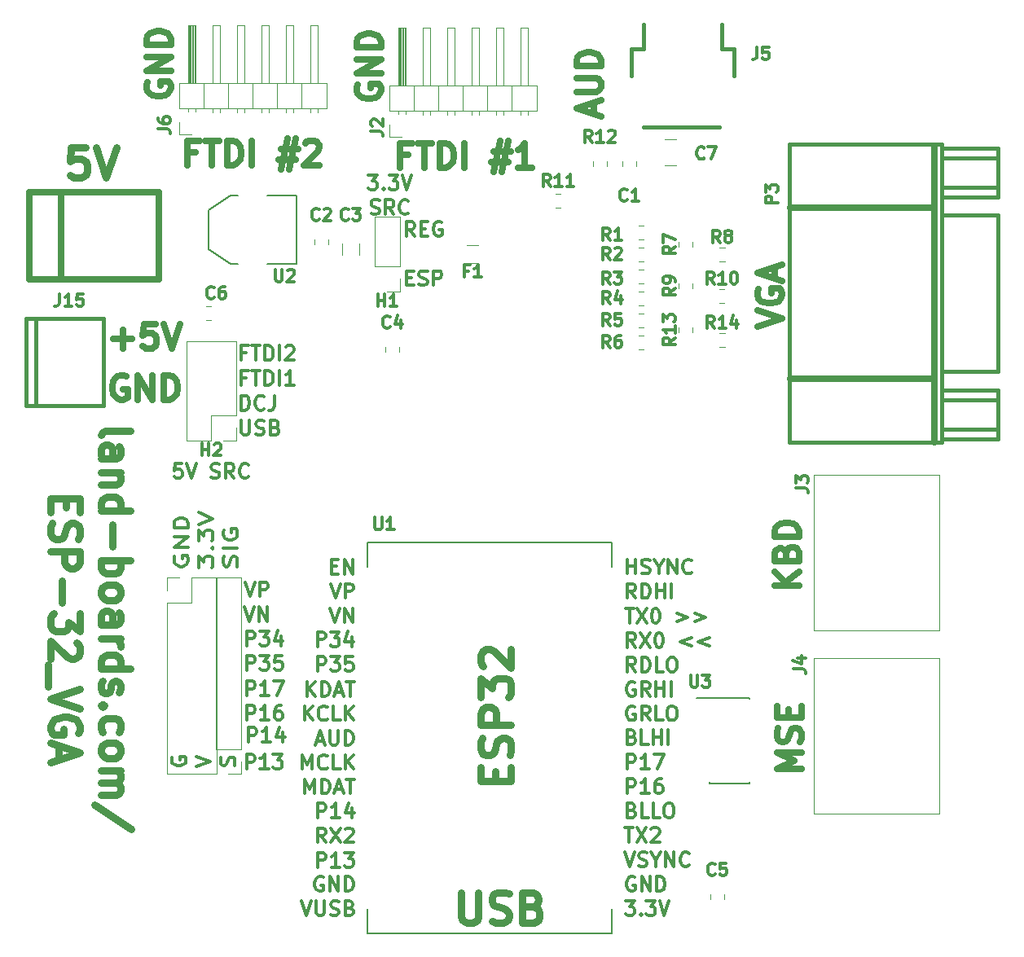
<source format=gbr>
G04 #@! TF.GenerationSoftware,KiCad,Pcbnew,(5.0.2)-1*
G04 #@! TF.CreationDate,2019-12-08T09:03:25-05:00*
G04 #@! TF.ProjectId,ESP-32_VGA,4553502d-3332-45f5-9647-412e6b696361,2*
G04 #@! TF.SameCoordinates,Original*
G04 #@! TF.FileFunction,Legend,Top*
G04 #@! TF.FilePolarity,Positive*
%FSLAX46Y46*%
G04 Gerber Fmt 4.6, Leading zero omitted, Abs format (unit mm)*
G04 Created by KiCad (PCBNEW (5.0.2)-1) date 12/8/2019 9:03:25 AM*
%MOMM*%
%LPD*%
G01*
G04 APERTURE LIST*
%ADD10C,0.300000*%
%ADD11C,0.635000*%
%ADD12C,0.793750*%
%ADD13C,0.750000*%
%ADD14C,0.120000*%
%ADD15C,0.203200*%
%ADD16C,0.381000*%
%ADD17C,0.150000*%
%ADD18C,0.650000*%
%ADD19C,0.317500*%
G04 APERTURE END LIST*
D10*
X40826428Y-99072000D02*
X40683571Y-99000571D01*
X40469285Y-99000571D01*
X40255000Y-99072000D01*
X40112142Y-99214857D01*
X40040714Y-99357714D01*
X39969285Y-99643428D01*
X39969285Y-99857714D01*
X40040714Y-100143428D01*
X40112142Y-100286285D01*
X40255000Y-100429142D01*
X40469285Y-100500571D01*
X40612142Y-100500571D01*
X40826428Y-100429142D01*
X40897857Y-100357714D01*
X40897857Y-99857714D01*
X40612142Y-99857714D01*
X41540714Y-100500571D02*
X41540714Y-99000571D01*
X42397857Y-100500571D01*
X42397857Y-99000571D01*
X43112142Y-100500571D02*
X43112142Y-99000571D01*
X43469285Y-99000571D01*
X43683571Y-99072000D01*
X43826428Y-99214857D01*
X43897857Y-99357714D01*
X43969285Y-99643428D01*
X43969285Y-99857714D01*
X43897857Y-100143428D01*
X43826428Y-100286285D01*
X43683571Y-100429142D01*
X43469285Y-100500571D01*
X43112142Y-100500571D01*
X32911742Y-80180571D02*
X32911742Y-78680571D01*
X33483171Y-78680571D01*
X33626028Y-78752000D01*
X33697457Y-78823428D01*
X33768885Y-78966285D01*
X33768885Y-79180571D01*
X33697457Y-79323428D01*
X33626028Y-79394857D01*
X33483171Y-79466285D01*
X32911742Y-79466285D01*
X35197457Y-80180571D02*
X34340314Y-80180571D01*
X34768885Y-80180571D02*
X34768885Y-78680571D01*
X34626028Y-78894857D01*
X34483171Y-79037714D01*
X34340314Y-79109142D01*
X35697457Y-78680571D02*
X36697457Y-78680571D01*
X36054600Y-80180571D01*
X32911742Y-82720571D02*
X32911742Y-81220571D01*
X33483171Y-81220571D01*
X33626028Y-81292000D01*
X33697457Y-81363428D01*
X33768885Y-81506285D01*
X33768885Y-81720571D01*
X33697457Y-81863428D01*
X33626028Y-81934857D01*
X33483171Y-82006285D01*
X32911742Y-82006285D01*
X35197457Y-82720571D02*
X34340314Y-82720571D01*
X34768885Y-82720571D02*
X34768885Y-81220571D01*
X34626028Y-81434857D01*
X34483171Y-81577714D01*
X34340314Y-81649142D01*
X36483171Y-81220571D02*
X36197457Y-81220571D01*
X36054600Y-81292000D01*
X35983171Y-81363428D01*
X35840314Y-81577714D01*
X35768885Y-81863428D01*
X35768885Y-82434857D01*
X35840314Y-82577714D01*
X35911742Y-82649142D01*
X36054600Y-82720571D01*
X36340314Y-82720571D01*
X36483171Y-82649142D01*
X36554600Y-82577714D01*
X36626028Y-82434857D01*
X36626028Y-82077714D01*
X36554600Y-81934857D01*
X36483171Y-81863428D01*
X36340314Y-81792000D01*
X36054600Y-81792000D01*
X35911742Y-81863428D01*
X35840314Y-81934857D01*
X35768885Y-82077714D01*
X33064142Y-85006571D02*
X33064142Y-83506571D01*
X33635571Y-83506571D01*
X33778428Y-83578000D01*
X33849857Y-83649428D01*
X33921285Y-83792285D01*
X33921285Y-84006571D01*
X33849857Y-84149428D01*
X33778428Y-84220857D01*
X33635571Y-84292285D01*
X33064142Y-84292285D01*
X35349857Y-85006571D02*
X34492714Y-85006571D01*
X34921285Y-85006571D02*
X34921285Y-83506571D01*
X34778428Y-83720857D01*
X34635571Y-83863714D01*
X34492714Y-83935142D01*
X36635571Y-84006571D02*
X36635571Y-85006571D01*
X36278428Y-83435142D02*
X35921285Y-84506571D01*
X36849857Y-84506571D01*
X32870142Y-87800571D02*
X32870142Y-86300571D01*
X33441571Y-86300571D01*
X33584428Y-86372000D01*
X33655857Y-86443428D01*
X33727285Y-86586285D01*
X33727285Y-86800571D01*
X33655857Y-86943428D01*
X33584428Y-87014857D01*
X33441571Y-87086285D01*
X32870142Y-87086285D01*
X35155857Y-87800571D02*
X34298714Y-87800571D01*
X34727285Y-87800571D02*
X34727285Y-86300571D01*
X34584428Y-86514857D01*
X34441571Y-86657714D01*
X34298714Y-86729142D01*
X35655857Y-86300571D02*
X36584428Y-86300571D01*
X36084428Y-86872000D01*
X36298714Y-86872000D01*
X36441571Y-86943428D01*
X36513000Y-87014857D01*
X36584428Y-87157714D01*
X36584428Y-87514857D01*
X36513000Y-87657714D01*
X36441571Y-87729142D01*
X36298714Y-87800571D01*
X35870142Y-87800571D01*
X35727285Y-87729142D01*
X35655857Y-87657714D01*
X50343714Y-32418571D02*
X49843714Y-31704285D01*
X49486571Y-32418571D02*
X49486571Y-30918571D01*
X50058000Y-30918571D01*
X50200857Y-30990000D01*
X50272285Y-31061428D01*
X50343714Y-31204285D01*
X50343714Y-31418571D01*
X50272285Y-31561428D01*
X50200857Y-31632857D01*
X50058000Y-31704285D01*
X49486571Y-31704285D01*
X50986571Y-31632857D02*
X51486571Y-31632857D01*
X51700857Y-32418571D02*
X50986571Y-32418571D01*
X50986571Y-30918571D01*
X51700857Y-30918571D01*
X53129428Y-30990000D02*
X52986571Y-30918571D01*
X52772285Y-30918571D01*
X52558000Y-30990000D01*
X52415142Y-31132857D01*
X52343714Y-31275714D01*
X52272285Y-31561428D01*
X52272285Y-31775714D01*
X52343714Y-32061428D01*
X52415142Y-32204285D01*
X52558000Y-32347142D01*
X52772285Y-32418571D01*
X52915142Y-32418571D01*
X53129428Y-32347142D01*
X53200857Y-32275714D01*
X53200857Y-31775714D01*
X52915142Y-31775714D01*
X49522285Y-36732857D02*
X50022285Y-36732857D01*
X50236571Y-37518571D02*
X49522285Y-37518571D01*
X49522285Y-36018571D01*
X50236571Y-36018571D01*
X50808000Y-37447142D02*
X51022285Y-37518571D01*
X51379428Y-37518571D01*
X51522285Y-37447142D01*
X51593714Y-37375714D01*
X51665142Y-37232857D01*
X51665142Y-37090000D01*
X51593714Y-36947142D01*
X51522285Y-36875714D01*
X51379428Y-36804285D01*
X51093714Y-36732857D01*
X50950857Y-36661428D01*
X50879428Y-36590000D01*
X50808000Y-36447142D01*
X50808000Y-36304285D01*
X50879428Y-36161428D01*
X50950857Y-36090000D01*
X51093714Y-36018571D01*
X51450857Y-36018571D01*
X51665142Y-36090000D01*
X52308000Y-37518571D02*
X52308000Y-36018571D01*
X52879428Y-36018571D01*
X53022285Y-36090000D01*
X53093714Y-36161428D01*
X53165142Y-36304285D01*
X53165142Y-36518571D01*
X53093714Y-36661428D01*
X53022285Y-36732857D01*
X52879428Y-36804285D01*
X52308000Y-36804285D01*
X45537714Y-26097571D02*
X46466285Y-26097571D01*
X45966285Y-26669000D01*
X46180571Y-26669000D01*
X46323428Y-26740428D01*
X46394857Y-26811857D01*
X46466285Y-26954714D01*
X46466285Y-27311857D01*
X46394857Y-27454714D01*
X46323428Y-27526142D01*
X46180571Y-27597571D01*
X45752000Y-27597571D01*
X45609142Y-27526142D01*
X45537714Y-27454714D01*
X47109142Y-27454714D02*
X47180571Y-27526142D01*
X47109142Y-27597571D01*
X47037714Y-27526142D01*
X47109142Y-27454714D01*
X47109142Y-27597571D01*
X47680571Y-26097571D02*
X48609142Y-26097571D01*
X48109142Y-26669000D01*
X48323428Y-26669000D01*
X48466285Y-26740428D01*
X48537714Y-26811857D01*
X48609142Y-26954714D01*
X48609142Y-27311857D01*
X48537714Y-27454714D01*
X48466285Y-27526142D01*
X48323428Y-27597571D01*
X47894857Y-27597571D01*
X47752000Y-27526142D01*
X47680571Y-27454714D01*
X49037714Y-26097571D02*
X49537714Y-27597571D01*
X50037714Y-26097571D01*
X45823428Y-30076142D02*
X46037714Y-30147571D01*
X46394857Y-30147571D01*
X46537714Y-30076142D01*
X46609142Y-30004714D01*
X46680571Y-29861857D01*
X46680571Y-29719000D01*
X46609142Y-29576142D01*
X46537714Y-29504714D01*
X46394857Y-29433285D01*
X46109142Y-29361857D01*
X45966285Y-29290428D01*
X45894857Y-29219000D01*
X45823428Y-29076142D01*
X45823428Y-28933285D01*
X45894857Y-28790428D01*
X45966285Y-28719000D01*
X46109142Y-28647571D01*
X46466285Y-28647571D01*
X46680571Y-28719000D01*
X48180571Y-30147571D02*
X47680571Y-29433285D01*
X47323428Y-30147571D02*
X47323428Y-28647571D01*
X47894857Y-28647571D01*
X48037714Y-28719000D01*
X48109142Y-28790428D01*
X48180571Y-28933285D01*
X48180571Y-29147571D01*
X48109142Y-29290428D01*
X48037714Y-29361857D01*
X47894857Y-29433285D01*
X47323428Y-29433285D01*
X49680571Y-30004714D02*
X49609142Y-30076142D01*
X49394857Y-30147571D01*
X49252000Y-30147571D01*
X49037714Y-30076142D01*
X48894857Y-29933285D01*
X48823428Y-29790428D01*
X48752000Y-29504714D01*
X48752000Y-29290428D01*
X48823428Y-29004714D01*
X48894857Y-28861857D01*
X49037714Y-28719000D01*
X49252000Y-28647571D01*
X49394857Y-28647571D01*
X49609142Y-28719000D01*
X49680571Y-28790428D01*
D11*
X44450000Y-16667238D02*
X44329047Y-16909142D01*
X44329047Y-17272000D01*
X44450000Y-17634857D01*
X44691904Y-17876761D01*
X44933809Y-17997714D01*
X45417619Y-18118666D01*
X45780476Y-18118666D01*
X46264285Y-17997714D01*
X46506190Y-17876761D01*
X46748095Y-17634857D01*
X46869047Y-17272000D01*
X46869047Y-17030095D01*
X46748095Y-16667238D01*
X46627142Y-16546285D01*
X45780476Y-16546285D01*
X45780476Y-17030095D01*
X46869047Y-15457714D02*
X44329047Y-15457714D01*
X46869047Y-14006285D01*
X44329047Y-14006285D01*
X46869047Y-12796761D02*
X44329047Y-12796761D01*
X44329047Y-12192000D01*
X44450000Y-11829142D01*
X44691904Y-11587238D01*
X44933809Y-11466285D01*
X45417619Y-11345333D01*
X45780476Y-11345333D01*
X46264285Y-11466285D01*
X46506190Y-11587238D01*
X46748095Y-11829142D01*
X46869047Y-12192000D01*
X46869047Y-12796761D01*
X22606000Y-16413238D02*
X22485047Y-16655142D01*
X22485047Y-17018000D01*
X22606000Y-17380857D01*
X22847904Y-17622761D01*
X23089809Y-17743714D01*
X23573619Y-17864666D01*
X23936476Y-17864666D01*
X24420285Y-17743714D01*
X24662190Y-17622761D01*
X24904095Y-17380857D01*
X25025047Y-17018000D01*
X25025047Y-16776095D01*
X24904095Y-16413238D01*
X24783142Y-16292285D01*
X23936476Y-16292285D01*
X23936476Y-16776095D01*
X25025047Y-15203714D02*
X22485047Y-15203714D01*
X25025047Y-13752285D01*
X22485047Y-13752285D01*
X25025047Y-12542761D02*
X22485047Y-12542761D01*
X22485047Y-11938000D01*
X22606000Y-11575142D01*
X22847904Y-11333238D01*
X23089809Y-11212285D01*
X23573619Y-11091333D01*
X23936476Y-11091333D01*
X24420285Y-11212285D01*
X24662190Y-11333238D01*
X24904095Y-11575142D01*
X25025047Y-11938000D01*
X25025047Y-12542761D01*
X69003333Y-19715238D02*
X69003333Y-18505714D01*
X69729047Y-19957142D02*
X67189047Y-19110476D01*
X69729047Y-18263809D01*
X67189047Y-17417142D02*
X69245238Y-17417142D01*
X69487142Y-17296190D01*
X69608095Y-17175238D01*
X69729047Y-16933333D01*
X69729047Y-16449523D01*
X69608095Y-16207619D01*
X69487142Y-16086666D01*
X69245238Y-15965714D01*
X67189047Y-15965714D01*
X69729047Y-14756190D02*
X67189047Y-14756190D01*
X67189047Y-14151428D01*
X67310000Y-13788571D01*
X67551904Y-13546666D01*
X67793809Y-13425714D01*
X68277619Y-13304761D01*
X68640476Y-13304761D01*
X69124285Y-13425714D01*
X69366190Y-13546666D01*
X69608095Y-13788571D01*
X69729047Y-14151428D01*
X69729047Y-14756190D01*
X19051511Y-43107428D02*
X20986750Y-43107428D01*
X20019130Y-44075047D02*
X20019130Y-42139809D01*
X23405797Y-41535047D02*
X22196273Y-41535047D01*
X22075321Y-42744571D01*
X22196273Y-42623619D01*
X22438178Y-42502666D01*
X23042940Y-42502666D01*
X23284845Y-42623619D01*
X23405797Y-42744571D01*
X23526750Y-42986476D01*
X23526750Y-43591238D01*
X23405797Y-43833142D01*
X23284845Y-43954095D01*
X23042940Y-44075047D01*
X22438178Y-44075047D01*
X22196273Y-43954095D01*
X22075321Y-43833142D01*
X24252464Y-41535047D02*
X25099130Y-44075047D01*
X25945797Y-41535047D01*
X20381988Y-46990000D02*
X20140083Y-46869047D01*
X19777226Y-46869047D01*
X19414369Y-46990000D01*
X19172464Y-47231904D01*
X19051511Y-47473809D01*
X18930559Y-47957619D01*
X18930559Y-48320476D01*
X19051511Y-48804285D01*
X19172464Y-49046190D01*
X19414369Y-49288095D01*
X19777226Y-49409047D01*
X20019130Y-49409047D01*
X20381988Y-49288095D01*
X20502940Y-49167142D01*
X20502940Y-48320476D01*
X20019130Y-48320476D01*
X21591511Y-49409047D02*
X21591511Y-46869047D01*
X23042940Y-49409047D01*
X23042940Y-46869047D01*
X24252464Y-49409047D02*
X24252464Y-46869047D01*
X24857226Y-46869047D01*
X25220083Y-46990000D01*
X25461988Y-47231904D01*
X25582940Y-47473809D01*
X25703892Y-47957619D01*
X25703892Y-48320476D01*
X25582940Y-48804285D01*
X25461988Y-49046190D01*
X25220083Y-49288095D01*
X24857226Y-49409047D01*
X24252464Y-49409047D01*
X90303047Y-68737238D02*
X87763047Y-68737238D01*
X90303047Y-67285809D02*
X88851619Y-68374380D01*
X87763047Y-67285809D02*
X89214476Y-68737238D01*
X88972571Y-65350571D02*
X89093523Y-64987714D01*
X89214476Y-64866761D01*
X89456380Y-64745809D01*
X89819238Y-64745809D01*
X90061142Y-64866761D01*
X90182095Y-64987714D01*
X90303047Y-65229619D01*
X90303047Y-66197238D01*
X87763047Y-66197238D01*
X87763047Y-65350571D01*
X87884000Y-65108666D01*
X88004952Y-64987714D01*
X88246857Y-64866761D01*
X88488761Y-64866761D01*
X88730666Y-64987714D01*
X88851619Y-65108666D01*
X88972571Y-65350571D01*
X88972571Y-66197238D01*
X90303047Y-63657238D02*
X87763047Y-63657238D01*
X87763047Y-63052476D01*
X87884000Y-62689619D01*
X88125904Y-62447714D01*
X88367809Y-62326761D01*
X88851619Y-62205809D01*
X89214476Y-62205809D01*
X89698285Y-62326761D01*
X89940190Y-62447714D01*
X90182095Y-62689619D01*
X90303047Y-63052476D01*
X90303047Y-63657238D01*
X90557047Y-87787238D02*
X88017047Y-87787238D01*
X89831333Y-86940571D01*
X88017047Y-86093904D01*
X90557047Y-86093904D01*
X90436095Y-85005333D02*
X90557047Y-84642476D01*
X90557047Y-84037714D01*
X90436095Y-83795809D01*
X90315142Y-83674857D01*
X90073238Y-83553904D01*
X89831333Y-83553904D01*
X89589428Y-83674857D01*
X89468476Y-83795809D01*
X89347523Y-84037714D01*
X89226571Y-84521523D01*
X89105619Y-84763428D01*
X88984666Y-84884380D01*
X88742761Y-85005333D01*
X88500857Y-85005333D01*
X88258952Y-84884380D01*
X88138000Y-84763428D01*
X88017047Y-84521523D01*
X88017047Y-83916761D01*
X88138000Y-83553904D01*
X89226571Y-82465333D02*
X89226571Y-81618666D01*
X90557047Y-81255809D02*
X90557047Y-82465333D01*
X88017047Y-82465333D01*
X88017047Y-81255809D01*
D10*
X25402000Y-65663571D02*
X25330571Y-65845000D01*
X25330571Y-66117142D01*
X25402000Y-66389285D01*
X25544857Y-66570714D01*
X25687714Y-66661428D01*
X25973428Y-66752142D01*
X26187714Y-66752142D01*
X26473428Y-66661428D01*
X26616285Y-66570714D01*
X26759142Y-66389285D01*
X26830571Y-66117142D01*
X26830571Y-65935714D01*
X26759142Y-65663571D01*
X26687714Y-65572857D01*
X26187714Y-65572857D01*
X26187714Y-65935714D01*
X26830571Y-64756428D02*
X25330571Y-64756428D01*
X26830571Y-63667857D01*
X25330571Y-63667857D01*
X26830571Y-62760714D02*
X25330571Y-62760714D01*
X25330571Y-62307142D01*
X25402000Y-62035000D01*
X25544857Y-61853571D01*
X25687714Y-61762857D01*
X25973428Y-61672142D01*
X26187714Y-61672142D01*
X26473428Y-61762857D01*
X26616285Y-61853571D01*
X26759142Y-62035000D01*
X26830571Y-62307142D01*
X26830571Y-62760714D01*
X27880571Y-66842857D02*
X27880571Y-65663571D01*
X28452000Y-66298571D01*
X28452000Y-66026428D01*
X28523428Y-65845000D01*
X28594857Y-65754285D01*
X28737714Y-65663571D01*
X29094857Y-65663571D01*
X29237714Y-65754285D01*
X29309142Y-65845000D01*
X29380571Y-66026428D01*
X29380571Y-66570714D01*
X29309142Y-66752142D01*
X29237714Y-66842857D01*
X29237714Y-64847142D02*
X29309142Y-64756428D01*
X29380571Y-64847142D01*
X29309142Y-64937857D01*
X29237714Y-64847142D01*
X29380571Y-64847142D01*
X27880571Y-64121428D02*
X27880571Y-62942142D01*
X28452000Y-63577142D01*
X28452000Y-63305000D01*
X28523428Y-63123571D01*
X28594857Y-63032857D01*
X28737714Y-62942142D01*
X29094857Y-62942142D01*
X29237714Y-63032857D01*
X29309142Y-63123571D01*
X29380571Y-63305000D01*
X29380571Y-63849285D01*
X29309142Y-64030714D01*
X29237714Y-64121428D01*
X27880571Y-62397857D02*
X29380571Y-61762857D01*
X27880571Y-61127857D01*
X31859142Y-66752142D02*
X31930571Y-66480000D01*
X31930571Y-66026428D01*
X31859142Y-65845000D01*
X31787714Y-65754285D01*
X31644857Y-65663571D01*
X31502000Y-65663571D01*
X31359142Y-65754285D01*
X31287714Y-65845000D01*
X31216285Y-66026428D01*
X31144857Y-66389285D01*
X31073428Y-66570714D01*
X31002000Y-66661428D01*
X30859142Y-66752142D01*
X30716285Y-66752142D01*
X30573428Y-66661428D01*
X30502000Y-66570714D01*
X30430571Y-66389285D01*
X30430571Y-65935714D01*
X30502000Y-65663571D01*
X31930571Y-64847142D02*
X30430571Y-64847142D01*
X30502000Y-62942142D02*
X30430571Y-63123571D01*
X30430571Y-63395714D01*
X30502000Y-63667857D01*
X30644857Y-63849285D01*
X30787714Y-63940000D01*
X31073428Y-64030714D01*
X31287714Y-64030714D01*
X31573428Y-63940000D01*
X31716285Y-63849285D01*
X31859142Y-63667857D01*
X31930571Y-63395714D01*
X31930571Y-63214285D01*
X31859142Y-62942142D01*
X31787714Y-62851428D01*
X31287714Y-62851428D01*
X31287714Y-63214285D01*
D11*
X27601333Y-23694571D02*
X26754666Y-23694571D01*
X26754666Y-25025047D02*
X26754666Y-22485047D01*
X27964190Y-22485047D01*
X28568952Y-22485047D02*
X30020380Y-22485047D01*
X29294666Y-25025047D02*
X29294666Y-22485047D01*
X30867047Y-25025047D02*
X30867047Y-22485047D01*
X31471809Y-22485047D01*
X31834666Y-22606000D01*
X32076571Y-22847904D01*
X32197523Y-23089809D01*
X32318476Y-23573619D01*
X32318476Y-23936476D01*
X32197523Y-24420285D01*
X32076571Y-24662190D01*
X31834666Y-24904095D01*
X31471809Y-25025047D01*
X30867047Y-25025047D01*
X33407047Y-25025047D02*
X33407047Y-22485047D01*
X36430857Y-23331714D02*
X38245142Y-23331714D01*
X37156571Y-22243142D02*
X36430857Y-25508857D01*
X38003238Y-24420285D02*
X36188952Y-24420285D01*
X37277523Y-25508857D02*
X38003238Y-22243142D01*
X38970857Y-22726952D02*
X39091809Y-22606000D01*
X39333714Y-22485047D01*
X39938476Y-22485047D01*
X40180380Y-22606000D01*
X40301333Y-22726952D01*
X40422285Y-22968857D01*
X40422285Y-23210761D01*
X40301333Y-23573619D01*
X38849904Y-25025047D01*
X40422285Y-25025047D01*
D10*
X32748257Y-68368171D02*
X33248257Y-69868171D01*
X33748257Y-68368171D01*
X34248257Y-69868171D02*
X34248257Y-68368171D01*
X34819685Y-68368171D01*
X34962542Y-68439600D01*
X35033971Y-68511028D01*
X35105400Y-68653885D01*
X35105400Y-68868171D01*
X35033971Y-69011028D01*
X34962542Y-69082457D01*
X34819685Y-69153885D01*
X34248257Y-69153885D01*
X32886342Y-74973571D02*
X32886342Y-73473571D01*
X33457771Y-73473571D01*
X33600628Y-73545000D01*
X33672057Y-73616428D01*
X33743485Y-73759285D01*
X33743485Y-73973571D01*
X33672057Y-74116428D01*
X33600628Y-74187857D01*
X33457771Y-74259285D01*
X32886342Y-74259285D01*
X34243485Y-73473571D02*
X35172057Y-73473571D01*
X34672057Y-74045000D01*
X34886342Y-74045000D01*
X35029200Y-74116428D01*
X35100628Y-74187857D01*
X35172057Y-74330714D01*
X35172057Y-74687857D01*
X35100628Y-74830714D01*
X35029200Y-74902142D01*
X34886342Y-74973571D01*
X34457771Y-74973571D01*
X34314914Y-74902142D01*
X34243485Y-74830714D01*
X36457771Y-73973571D02*
X36457771Y-74973571D01*
X36100628Y-73402142D02*
X35743485Y-74473571D01*
X36672057Y-74473571D01*
X32672057Y-70933571D02*
X33172057Y-72433571D01*
X33672057Y-70933571D01*
X34172057Y-72433571D02*
X34172057Y-70933571D01*
X35029200Y-72433571D01*
X35029200Y-70933571D01*
X32911742Y-77513571D02*
X32911742Y-76013571D01*
X33483171Y-76013571D01*
X33626028Y-76085000D01*
X33697457Y-76156428D01*
X33768885Y-76299285D01*
X33768885Y-76513571D01*
X33697457Y-76656428D01*
X33626028Y-76727857D01*
X33483171Y-76799285D01*
X32911742Y-76799285D01*
X34268885Y-76013571D02*
X35197457Y-76013571D01*
X34697457Y-76585000D01*
X34911742Y-76585000D01*
X35054600Y-76656428D01*
X35126028Y-76727857D01*
X35197457Y-76870714D01*
X35197457Y-77227857D01*
X35126028Y-77370714D01*
X35054600Y-77442142D01*
X34911742Y-77513571D01*
X34483171Y-77513571D01*
X34340314Y-77442142D01*
X34268885Y-77370714D01*
X36554600Y-76013571D02*
X35840314Y-76013571D01*
X35768885Y-76727857D01*
X35840314Y-76656428D01*
X35983171Y-76585000D01*
X36340314Y-76585000D01*
X36483171Y-76656428D01*
X36554600Y-76727857D01*
X36626028Y-76870714D01*
X36626028Y-77227857D01*
X36554600Y-77370714D01*
X36483171Y-77442142D01*
X36340314Y-77513571D01*
X35983171Y-77513571D01*
X35840314Y-77442142D01*
X35768885Y-77370714D01*
X38612142Y-101540571D02*
X39112142Y-103040571D01*
X39612142Y-101540571D01*
X40112142Y-101540571D02*
X40112142Y-102754857D01*
X40183571Y-102897714D01*
X40255000Y-102969142D01*
X40397857Y-103040571D01*
X40683571Y-103040571D01*
X40826428Y-102969142D01*
X40897857Y-102897714D01*
X40969285Y-102754857D01*
X40969285Y-101540571D01*
X41612142Y-102969142D02*
X41826428Y-103040571D01*
X42183571Y-103040571D01*
X42326428Y-102969142D01*
X42397857Y-102897714D01*
X42469285Y-102754857D01*
X42469285Y-102612000D01*
X42397857Y-102469142D01*
X42326428Y-102397714D01*
X42183571Y-102326285D01*
X41897857Y-102254857D01*
X41755000Y-102183428D01*
X41683571Y-102112000D01*
X41612142Y-101969142D01*
X41612142Y-101826285D01*
X41683571Y-101683428D01*
X41755000Y-101612000D01*
X41897857Y-101540571D01*
X42255000Y-101540571D01*
X42469285Y-101612000D01*
X43612142Y-102254857D02*
X43826428Y-102326285D01*
X43897857Y-102397714D01*
X43969285Y-102540571D01*
X43969285Y-102754857D01*
X43897857Y-102897714D01*
X43826428Y-102969142D01*
X43683571Y-103040571D01*
X43112142Y-103040571D01*
X43112142Y-101540571D01*
X43612142Y-101540571D01*
X43755000Y-101612000D01*
X43826428Y-101683428D01*
X43897857Y-101826285D01*
X43897857Y-101969142D01*
X43826428Y-102112000D01*
X43755000Y-102183428D01*
X43612142Y-102254857D01*
X43112142Y-102254857D01*
X32815857Y-44526142D02*
X32307857Y-44526142D01*
X32307857Y-45324428D02*
X32307857Y-43800428D01*
X33033571Y-43800428D01*
X33396428Y-43800428D02*
X34267285Y-43800428D01*
X33831857Y-45324428D02*
X33831857Y-43800428D01*
X34775285Y-45324428D02*
X34775285Y-43800428D01*
X35138142Y-43800428D01*
X35355857Y-43873000D01*
X35501000Y-44018142D01*
X35573571Y-44163285D01*
X35646142Y-44453571D01*
X35646142Y-44671285D01*
X35573571Y-44961571D01*
X35501000Y-45106714D01*
X35355857Y-45251857D01*
X35138142Y-45324428D01*
X34775285Y-45324428D01*
X36299285Y-45324428D02*
X36299285Y-43800428D01*
X36952428Y-43945571D02*
X37025000Y-43873000D01*
X37170142Y-43800428D01*
X37533000Y-43800428D01*
X37678142Y-43873000D01*
X37750714Y-43945571D01*
X37823285Y-44090714D01*
X37823285Y-44235857D01*
X37750714Y-44453571D01*
X36879857Y-45324428D01*
X37823285Y-45324428D01*
X32815857Y-47112142D02*
X32307857Y-47112142D01*
X32307857Y-47910428D02*
X32307857Y-46386428D01*
X33033571Y-46386428D01*
X33396428Y-46386428D02*
X34267285Y-46386428D01*
X33831857Y-47910428D02*
X33831857Y-46386428D01*
X34775285Y-47910428D02*
X34775285Y-46386428D01*
X35138142Y-46386428D01*
X35355857Y-46459000D01*
X35501000Y-46604142D01*
X35573571Y-46749285D01*
X35646142Y-47039571D01*
X35646142Y-47257285D01*
X35573571Y-47547571D01*
X35501000Y-47692714D01*
X35355857Y-47837857D01*
X35138142Y-47910428D01*
X34775285Y-47910428D01*
X36299285Y-47910428D02*
X36299285Y-46386428D01*
X37823285Y-47910428D02*
X36952428Y-47910428D01*
X37387857Y-47910428D02*
X37387857Y-46386428D01*
X37242714Y-46604142D01*
X37097571Y-46749285D01*
X36952428Y-46821857D01*
X32307857Y-50496428D02*
X32307857Y-48972428D01*
X32670714Y-48972428D01*
X32888428Y-49045000D01*
X33033571Y-49190142D01*
X33106142Y-49335285D01*
X33178714Y-49625571D01*
X33178714Y-49843285D01*
X33106142Y-50133571D01*
X33033571Y-50278714D01*
X32888428Y-50423857D01*
X32670714Y-50496428D01*
X32307857Y-50496428D01*
X34702714Y-50351285D02*
X34630142Y-50423857D01*
X34412428Y-50496428D01*
X34267285Y-50496428D01*
X34049571Y-50423857D01*
X33904428Y-50278714D01*
X33831857Y-50133571D01*
X33759285Y-49843285D01*
X33759285Y-49625571D01*
X33831857Y-49335285D01*
X33904428Y-49190142D01*
X34049571Y-49045000D01*
X34267285Y-48972428D01*
X34412428Y-48972428D01*
X34630142Y-49045000D01*
X34702714Y-49117571D01*
X35791285Y-48972428D02*
X35791285Y-50061000D01*
X35718714Y-50278714D01*
X35573571Y-50423857D01*
X35355857Y-50496428D01*
X35210714Y-50496428D01*
X32307857Y-51558428D02*
X32307857Y-52792142D01*
X32380428Y-52937285D01*
X32453000Y-53009857D01*
X32598142Y-53082428D01*
X32888428Y-53082428D01*
X33033571Y-53009857D01*
X33106142Y-52937285D01*
X33178714Y-52792142D01*
X33178714Y-51558428D01*
X33831857Y-53009857D02*
X34049571Y-53082428D01*
X34412428Y-53082428D01*
X34557571Y-53009857D01*
X34630142Y-52937285D01*
X34702714Y-52792142D01*
X34702714Y-52647000D01*
X34630142Y-52501857D01*
X34557571Y-52429285D01*
X34412428Y-52356714D01*
X34122142Y-52284142D01*
X33977000Y-52211571D01*
X33904428Y-52139000D01*
X33831857Y-51993857D01*
X33831857Y-51848714D01*
X33904428Y-51703571D01*
X33977000Y-51631000D01*
X34122142Y-51558428D01*
X34485000Y-51558428D01*
X34702714Y-51631000D01*
X35863857Y-52284142D02*
X36081571Y-52356714D01*
X36154142Y-52429285D01*
X36226714Y-52574428D01*
X36226714Y-52792142D01*
X36154142Y-52937285D01*
X36081571Y-53009857D01*
X35936428Y-53082428D01*
X35355857Y-53082428D01*
X35355857Y-51558428D01*
X35863857Y-51558428D01*
X36009000Y-51631000D01*
X36081571Y-51703571D01*
X36154142Y-51848714D01*
X36154142Y-51993857D01*
X36081571Y-52139000D01*
X36009000Y-52211571D01*
X35863857Y-52284142D01*
X35355857Y-52284142D01*
X26138571Y-56074571D02*
X25424285Y-56074571D01*
X25352857Y-56788857D01*
X25424285Y-56717428D01*
X25567142Y-56646000D01*
X25924285Y-56646000D01*
X26067142Y-56717428D01*
X26138571Y-56788857D01*
X26210000Y-56931714D01*
X26210000Y-57288857D01*
X26138571Y-57431714D01*
X26067142Y-57503142D01*
X25924285Y-57574571D01*
X25567142Y-57574571D01*
X25424285Y-57503142D01*
X25352857Y-57431714D01*
X26638571Y-56074571D02*
X27138571Y-57574571D01*
X27638571Y-56074571D01*
X29210000Y-57503142D02*
X29424285Y-57574571D01*
X29781428Y-57574571D01*
X29924285Y-57503142D01*
X29995714Y-57431714D01*
X30067142Y-57288857D01*
X30067142Y-57146000D01*
X29995714Y-57003142D01*
X29924285Y-56931714D01*
X29781428Y-56860285D01*
X29495714Y-56788857D01*
X29352857Y-56717428D01*
X29281428Y-56646000D01*
X29210000Y-56503142D01*
X29210000Y-56360285D01*
X29281428Y-56217428D01*
X29352857Y-56146000D01*
X29495714Y-56074571D01*
X29852857Y-56074571D01*
X30067142Y-56146000D01*
X31567142Y-57574571D02*
X31067142Y-56860285D01*
X30710000Y-57574571D02*
X30710000Y-56074571D01*
X31281428Y-56074571D01*
X31424285Y-56146000D01*
X31495714Y-56217428D01*
X31567142Y-56360285D01*
X31567142Y-56574571D01*
X31495714Y-56717428D01*
X31424285Y-56788857D01*
X31281428Y-56860285D01*
X30710000Y-56860285D01*
X33067142Y-57431714D02*
X32995714Y-57503142D01*
X32781428Y-57574571D01*
X32638571Y-57574571D01*
X32424285Y-57503142D01*
X32281428Y-57360285D01*
X32210000Y-57217428D01*
X32138571Y-56931714D01*
X32138571Y-56717428D01*
X32210000Y-56431714D01*
X32281428Y-56288857D01*
X32424285Y-56146000D01*
X32638571Y-56074571D01*
X32781428Y-56074571D01*
X32995714Y-56146000D01*
X33067142Y-56217428D01*
X41683571Y-66745657D02*
X42183571Y-66745657D01*
X42397857Y-67531371D02*
X41683571Y-67531371D01*
X41683571Y-66031371D01*
X42397857Y-66031371D01*
X43040714Y-67531371D02*
X43040714Y-66031371D01*
X43897857Y-67531371D01*
X43897857Y-66031371D01*
X41612142Y-68545971D02*
X42112142Y-70045971D01*
X42612142Y-68545971D01*
X43112142Y-70045971D02*
X43112142Y-68545971D01*
X43683571Y-68545971D01*
X43826428Y-68617400D01*
X43897857Y-68688828D01*
X43969285Y-68831685D01*
X43969285Y-69045971D01*
X43897857Y-69188828D01*
X43826428Y-69260257D01*
X43683571Y-69331685D01*
X43112142Y-69331685D01*
X41540714Y-71085971D02*
X42040714Y-72585971D01*
X42540714Y-71085971D01*
X43040714Y-72585971D02*
X43040714Y-71085971D01*
X43897857Y-72585971D01*
X43897857Y-71085971D01*
X31595142Y-87423571D02*
X31666571Y-87209285D01*
X31666571Y-86852142D01*
X31595142Y-86709285D01*
X31523714Y-86637857D01*
X31380857Y-86566428D01*
X31238000Y-86566428D01*
X31095142Y-86637857D01*
X31023714Y-86709285D01*
X30952285Y-86852142D01*
X30880857Y-87137857D01*
X30809428Y-87280714D01*
X30738000Y-87352142D01*
X30595142Y-87423571D01*
X30452285Y-87423571D01*
X30309428Y-87352142D01*
X30238000Y-87280714D01*
X30166571Y-87137857D01*
X30166571Y-86780714D01*
X30238000Y-86566428D01*
X25158000Y-86602142D02*
X25086571Y-86745000D01*
X25086571Y-86959285D01*
X25158000Y-87173571D01*
X25300857Y-87316428D01*
X25443714Y-87387857D01*
X25729428Y-87459285D01*
X25943714Y-87459285D01*
X26229428Y-87387857D01*
X26372285Y-87316428D01*
X26515142Y-87173571D01*
X26586571Y-86959285D01*
X26586571Y-86816428D01*
X26515142Y-86602142D01*
X26443714Y-86530714D01*
X25943714Y-86530714D01*
X25943714Y-86816428D01*
X27626571Y-87495000D02*
X29126571Y-86995000D01*
X27626571Y-86495000D01*
X40255000Y-98011371D02*
X40255000Y-96511371D01*
X40826428Y-96511371D01*
X40969285Y-96582800D01*
X41040714Y-96654228D01*
X41112142Y-96797085D01*
X41112142Y-97011371D01*
X41040714Y-97154228D01*
X40969285Y-97225657D01*
X40826428Y-97297085D01*
X40255000Y-97297085D01*
X42540714Y-98011371D02*
X41683571Y-98011371D01*
X42112142Y-98011371D02*
X42112142Y-96511371D01*
X41969285Y-96725657D01*
X41826428Y-96868514D01*
X41683571Y-96939942D01*
X43040714Y-96511371D02*
X43969285Y-96511371D01*
X43469285Y-97082800D01*
X43683571Y-97082800D01*
X43826428Y-97154228D01*
X43897857Y-97225657D01*
X43969285Y-97368514D01*
X43969285Y-97725657D01*
X43897857Y-97868514D01*
X43826428Y-97939942D01*
X43683571Y-98011371D01*
X43255000Y-98011371D01*
X43112142Y-97939942D01*
X43040714Y-97868514D01*
X41112142Y-95445971D02*
X40612142Y-94731685D01*
X40255000Y-95445971D02*
X40255000Y-93945971D01*
X40826428Y-93945971D01*
X40969285Y-94017400D01*
X41040714Y-94088828D01*
X41112142Y-94231685D01*
X41112142Y-94445971D01*
X41040714Y-94588828D01*
X40969285Y-94660257D01*
X40826428Y-94731685D01*
X40255000Y-94731685D01*
X41612142Y-93945971D02*
X42612142Y-95445971D01*
X42612142Y-93945971D02*
X41612142Y-95445971D01*
X43112142Y-94088828D02*
X43183571Y-94017400D01*
X43326428Y-93945971D01*
X43683571Y-93945971D01*
X43826428Y-94017400D01*
X43897857Y-94088828D01*
X43969285Y-94231685D01*
X43969285Y-94374542D01*
X43897857Y-94588828D01*
X43040714Y-95445971D01*
X43969285Y-95445971D01*
X40255000Y-92880571D02*
X40255000Y-91380571D01*
X40826428Y-91380571D01*
X40969285Y-91452000D01*
X41040714Y-91523428D01*
X41112142Y-91666285D01*
X41112142Y-91880571D01*
X41040714Y-92023428D01*
X40969285Y-92094857D01*
X40826428Y-92166285D01*
X40255000Y-92166285D01*
X42540714Y-92880571D02*
X41683571Y-92880571D01*
X42112142Y-92880571D02*
X42112142Y-91380571D01*
X41969285Y-91594857D01*
X41826428Y-91737714D01*
X41683571Y-91809142D01*
X43826428Y-91880571D02*
X43826428Y-92880571D01*
X43469285Y-91309142D02*
X43112142Y-92380571D01*
X44040714Y-92380571D01*
X38943885Y-90365971D02*
X38943885Y-88865971D01*
X39443885Y-89937400D01*
X39943885Y-88865971D01*
X39943885Y-90365971D01*
X40658171Y-90365971D02*
X40658171Y-88865971D01*
X41015314Y-88865971D01*
X41229600Y-88937400D01*
X41372457Y-89080257D01*
X41443885Y-89223114D01*
X41515314Y-89508828D01*
X41515314Y-89723114D01*
X41443885Y-90008828D01*
X41372457Y-90151685D01*
X41229600Y-90294542D01*
X41015314Y-90365971D01*
X40658171Y-90365971D01*
X42086742Y-89937400D02*
X42801028Y-89937400D01*
X41943885Y-90365971D02*
X42443885Y-88865971D01*
X42943885Y-90365971D01*
X43229600Y-88865971D02*
X44086742Y-88865971D01*
X43658171Y-90365971D02*
X43658171Y-88865971D01*
X38683571Y-87825971D02*
X38683571Y-86325971D01*
X39183571Y-87397400D01*
X39683571Y-86325971D01*
X39683571Y-87825971D01*
X41254999Y-87683114D02*
X41183571Y-87754542D01*
X40969285Y-87825971D01*
X40826428Y-87825971D01*
X40612142Y-87754542D01*
X40469285Y-87611685D01*
X40397857Y-87468828D01*
X40326428Y-87183114D01*
X40326428Y-86968828D01*
X40397857Y-86683114D01*
X40469285Y-86540257D01*
X40612142Y-86397400D01*
X40826428Y-86325971D01*
X40969285Y-86325971D01*
X41183571Y-86397400D01*
X41254999Y-86468828D01*
X42612142Y-87825971D02*
X41897857Y-87825971D01*
X41897857Y-86325971D01*
X43112142Y-87825971D02*
X43112142Y-86325971D01*
X43969285Y-87825971D02*
X43326428Y-86968828D01*
X43969285Y-86325971D02*
X43112142Y-87183114D01*
X40183571Y-84882800D02*
X40897857Y-84882800D01*
X40040714Y-85311371D02*
X40540714Y-83811371D01*
X41040714Y-85311371D01*
X41540714Y-83811371D02*
X41540714Y-85025657D01*
X41612142Y-85168514D01*
X41683571Y-85239942D01*
X41826428Y-85311371D01*
X42112142Y-85311371D01*
X42255000Y-85239942D01*
X42326428Y-85168514D01*
X42397857Y-85025657D01*
X42397857Y-83811371D01*
X43112142Y-85311371D02*
X43112142Y-83811371D01*
X43469285Y-83811371D01*
X43683571Y-83882800D01*
X43826428Y-84025657D01*
X43897857Y-84168514D01*
X43969285Y-84454228D01*
X43969285Y-84668514D01*
X43897857Y-84954228D01*
X43826428Y-85097085D01*
X43683571Y-85239942D01*
X43469285Y-85311371D01*
X43112142Y-85311371D01*
X38897857Y-82745971D02*
X38897857Y-81245971D01*
X39755000Y-82745971D02*
X39112142Y-81888828D01*
X39755000Y-81245971D02*
X38897857Y-82103114D01*
X41255000Y-82603114D02*
X41183571Y-82674542D01*
X40969285Y-82745971D01*
X40826428Y-82745971D01*
X40612142Y-82674542D01*
X40469285Y-82531685D01*
X40397857Y-82388828D01*
X40326428Y-82103114D01*
X40326428Y-81888828D01*
X40397857Y-81603114D01*
X40469285Y-81460257D01*
X40612142Y-81317400D01*
X40826428Y-81245971D01*
X40969285Y-81245971D01*
X41183571Y-81317400D01*
X41255000Y-81388828D01*
X42612142Y-82745971D02*
X41897857Y-82745971D01*
X41897857Y-81245971D01*
X43112142Y-82745971D02*
X43112142Y-81245971D01*
X43969285Y-82745971D02*
X43326428Y-81888828D01*
X43969285Y-81245971D02*
X43112142Y-82103114D01*
X39158171Y-80256771D02*
X39158171Y-78756771D01*
X40015314Y-80256771D02*
X39372457Y-79399628D01*
X40015314Y-78756771D02*
X39158171Y-79613914D01*
X40658171Y-80256771D02*
X40658171Y-78756771D01*
X41015314Y-78756771D01*
X41229600Y-78828200D01*
X41372457Y-78971057D01*
X41443885Y-79113914D01*
X41515314Y-79399628D01*
X41515314Y-79613914D01*
X41443885Y-79899628D01*
X41372457Y-80042485D01*
X41229600Y-80185342D01*
X41015314Y-80256771D01*
X40658171Y-80256771D01*
X42086742Y-79828200D02*
X42801028Y-79828200D01*
X41943885Y-80256771D02*
X42443885Y-78756771D01*
X42943885Y-80256771D01*
X43229600Y-78756771D02*
X44086742Y-78756771D01*
X43658171Y-80256771D02*
X43658171Y-78756771D01*
X40255000Y-77640571D02*
X40255000Y-76140571D01*
X40826428Y-76140571D01*
X40969285Y-76212000D01*
X41040714Y-76283428D01*
X41112142Y-76426285D01*
X41112142Y-76640571D01*
X41040714Y-76783428D01*
X40969285Y-76854857D01*
X40826428Y-76926285D01*
X40255000Y-76926285D01*
X41612142Y-76140571D02*
X42540714Y-76140571D01*
X42040714Y-76712000D01*
X42255000Y-76712000D01*
X42397857Y-76783428D01*
X42469285Y-76854857D01*
X42540714Y-76997714D01*
X42540714Y-77354857D01*
X42469285Y-77497714D01*
X42397857Y-77569142D01*
X42255000Y-77640571D01*
X41826428Y-77640571D01*
X41683571Y-77569142D01*
X41612142Y-77497714D01*
X43897857Y-76140571D02*
X43183571Y-76140571D01*
X43112142Y-76854857D01*
X43183571Y-76783428D01*
X43326428Y-76712000D01*
X43683571Y-76712000D01*
X43826428Y-76783428D01*
X43897857Y-76854857D01*
X43969285Y-76997714D01*
X43969285Y-77354857D01*
X43897857Y-77497714D01*
X43826428Y-77569142D01*
X43683571Y-77640571D01*
X43326428Y-77640571D01*
X43183571Y-77569142D01*
X43112142Y-77497714D01*
X40229600Y-75049771D02*
X40229600Y-73549771D01*
X40801028Y-73549771D01*
X40943885Y-73621200D01*
X41015314Y-73692628D01*
X41086742Y-73835485D01*
X41086742Y-74049771D01*
X41015314Y-74192628D01*
X40943885Y-74264057D01*
X40801028Y-74335485D01*
X40229600Y-74335485D01*
X41586742Y-73549771D02*
X42515314Y-73549771D01*
X42015314Y-74121200D01*
X42229600Y-74121200D01*
X42372457Y-74192628D01*
X42443885Y-74264057D01*
X42515314Y-74406914D01*
X42515314Y-74764057D01*
X42443885Y-74906914D01*
X42372457Y-74978342D01*
X42229600Y-75049771D01*
X41801028Y-75049771D01*
X41658171Y-74978342D01*
X41586742Y-74906914D01*
X43801028Y-74049771D02*
X43801028Y-75049771D01*
X43443885Y-73478342D02*
X43086742Y-74549771D01*
X44015314Y-74549771D01*
X72219857Y-96460571D02*
X72719857Y-97960571D01*
X73219857Y-96460571D01*
X73648428Y-97889142D02*
X73862714Y-97960571D01*
X74219857Y-97960571D01*
X74362714Y-97889142D01*
X74434142Y-97817714D01*
X74505571Y-97674857D01*
X74505571Y-97532000D01*
X74434142Y-97389142D01*
X74362714Y-97317714D01*
X74219857Y-97246285D01*
X73934142Y-97174857D01*
X73791285Y-97103428D01*
X73719857Y-97032000D01*
X73648428Y-96889142D01*
X73648428Y-96746285D01*
X73719857Y-96603428D01*
X73791285Y-96532000D01*
X73934142Y-96460571D01*
X74291285Y-96460571D01*
X74505571Y-96532000D01*
X75434142Y-97246285D02*
X75434142Y-97960571D01*
X74934142Y-96460571D02*
X75434142Y-97246285D01*
X75934142Y-96460571D01*
X76434142Y-97960571D02*
X76434142Y-96460571D01*
X77291285Y-97960571D01*
X77291285Y-96460571D01*
X78862714Y-97817714D02*
X78791285Y-97889142D01*
X78577000Y-97960571D01*
X78434142Y-97960571D01*
X78219857Y-97889142D01*
X78077000Y-97746285D01*
X78005571Y-97603428D01*
X77934142Y-97317714D01*
X77934142Y-97103428D01*
X78005571Y-96817714D01*
X78077000Y-96674857D01*
X78219857Y-96532000D01*
X78434142Y-96460571D01*
X78577000Y-96460571D01*
X78791285Y-96532000D01*
X78862714Y-96603428D01*
X72219857Y-93920571D02*
X73077000Y-93920571D01*
X72648428Y-95420571D02*
X72648428Y-93920571D01*
X73434142Y-93920571D02*
X74434142Y-95420571D01*
X74434142Y-93920571D02*
X73434142Y-95420571D01*
X74934142Y-94063428D02*
X75005571Y-93992000D01*
X75148428Y-93920571D01*
X75505571Y-93920571D01*
X75648428Y-93992000D01*
X75719857Y-94063428D01*
X75791285Y-94206285D01*
X75791285Y-94349142D01*
X75719857Y-94563428D01*
X74862714Y-95420571D01*
X75791285Y-95420571D01*
X72934142Y-92094857D02*
X73148428Y-92166285D01*
X73219857Y-92237714D01*
X73291285Y-92380571D01*
X73291285Y-92594857D01*
X73219857Y-92737714D01*
X73148428Y-92809142D01*
X73005571Y-92880571D01*
X72434142Y-92880571D01*
X72434142Y-91380571D01*
X72934142Y-91380571D01*
X73077000Y-91452000D01*
X73148428Y-91523428D01*
X73219857Y-91666285D01*
X73219857Y-91809142D01*
X73148428Y-91952000D01*
X73077000Y-92023428D01*
X72934142Y-92094857D01*
X72434142Y-92094857D01*
X74648428Y-92880571D02*
X73934142Y-92880571D01*
X73934142Y-91380571D01*
X75862714Y-92880571D02*
X75148428Y-92880571D01*
X75148428Y-91380571D01*
X76648428Y-91380571D02*
X76934142Y-91380571D01*
X77077000Y-91452000D01*
X77219857Y-91594857D01*
X77291285Y-91880571D01*
X77291285Y-92380571D01*
X77219857Y-92666285D01*
X77077000Y-92809142D01*
X76934142Y-92880571D01*
X76648428Y-92880571D01*
X76505571Y-92809142D01*
X76362714Y-92666285D01*
X76291285Y-92380571D01*
X76291285Y-91880571D01*
X76362714Y-91594857D01*
X76505571Y-91452000D01*
X76648428Y-91380571D01*
X72434142Y-90340571D02*
X72434142Y-88840571D01*
X73005571Y-88840571D01*
X73148428Y-88912000D01*
X73219857Y-88983428D01*
X73291285Y-89126285D01*
X73291285Y-89340571D01*
X73219857Y-89483428D01*
X73148428Y-89554857D01*
X73005571Y-89626285D01*
X72434142Y-89626285D01*
X74719857Y-90340571D02*
X73862714Y-90340571D01*
X74291285Y-90340571D02*
X74291285Y-88840571D01*
X74148428Y-89054857D01*
X74005571Y-89197714D01*
X73862714Y-89269142D01*
X76005571Y-88840571D02*
X75719857Y-88840571D01*
X75577000Y-88912000D01*
X75505571Y-88983428D01*
X75362714Y-89197714D01*
X75291285Y-89483428D01*
X75291285Y-90054857D01*
X75362714Y-90197714D01*
X75434142Y-90269142D01*
X75577000Y-90340571D01*
X75862714Y-90340571D01*
X76005571Y-90269142D01*
X76077000Y-90197714D01*
X76148428Y-90054857D01*
X76148428Y-89697714D01*
X76077000Y-89554857D01*
X76005571Y-89483428D01*
X75862714Y-89412000D01*
X75577000Y-89412000D01*
X75434142Y-89483428D01*
X75362714Y-89554857D01*
X75291285Y-89697714D01*
X72434142Y-87800571D02*
X72434142Y-86300571D01*
X73005571Y-86300571D01*
X73148428Y-86372000D01*
X73219857Y-86443428D01*
X73291285Y-86586285D01*
X73291285Y-86800571D01*
X73219857Y-86943428D01*
X73148428Y-87014857D01*
X73005571Y-87086285D01*
X72434142Y-87086285D01*
X74719857Y-87800571D02*
X73862714Y-87800571D01*
X74291285Y-87800571D02*
X74291285Y-86300571D01*
X74148428Y-86514857D01*
X74005571Y-86657714D01*
X73862714Y-86729142D01*
X75219857Y-86300571D02*
X76219857Y-86300571D01*
X75577000Y-87800571D01*
X72908742Y-84449457D02*
X73123028Y-84520885D01*
X73194457Y-84592314D01*
X73265885Y-84735171D01*
X73265885Y-84949457D01*
X73194457Y-85092314D01*
X73123028Y-85163742D01*
X72980171Y-85235171D01*
X72408742Y-85235171D01*
X72408742Y-83735171D01*
X72908742Y-83735171D01*
X73051600Y-83806600D01*
X73123028Y-83878028D01*
X73194457Y-84020885D01*
X73194457Y-84163742D01*
X73123028Y-84306600D01*
X73051600Y-84378028D01*
X72908742Y-84449457D01*
X72408742Y-84449457D01*
X74623028Y-85235171D02*
X73908742Y-85235171D01*
X73908742Y-83735171D01*
X75123028Y-85235171D02*
X75123028Y-83735171D01*
X75123028Y-84449457D02*
X75980171Y-84449457D01*
X75980171Y-85235171D02*
X75980171Y-83735171D01*
X76694457Y-85235171D02*
X76694457Y-83735171D01*
X73219857Y-81317400D02*
X73077000Y-81245971D01*
X72862714Y-81245971D01*
X72648428Y-81317400D01*
X72505571Y-81460257D01*
X72434142Y-81603114D01*
X72362714Y-81888828D01*
X72362714Y-82103114D01*
X72434142Y-82388828D01*
X72505571Y-82531685D01*
X72648428Y-82674542D01*
X72862714Y-82745971D01*
X73005571Y-82745971D01*
X73219857Y-82674542D01*
X73291285Y-82603114D01*
X73291285Y-82103114D01*
X73005571Y-82103114D01*
X74791285Y-82745971D02*
X74291285Y-82031685D01*
X73934142Y-82745971D02*
X73934142Y-81245971D01*
X74505571Y-81245971D01*
X74648428Y-81317400D01*
X74719857Y-81388828D01*
X74791285Y-81531685D01*
X74791285Y-81745971D01*
X74719857Y-81888828D01*
X74648428Y-81960257D01*
X74505571Y-82031685D01*
X73934142Y-82031685D01*
X76148428Y-82745971D02*
X75434142Y-82745971D01*
X75434142Y-81245971D01*
X76934142Y-81245971D02*
X77219857Y-81245971D01*
X77362714Y-81317400D01*
X77505571Y-81460257D01*
X77577000Y-81745971D01*
X77577000Y-82245971D01*
X77505571Y-82531685D01*
X77362714Y-82674542D01*
X77219857Y-82745971D01*
X76934142Y-82745971D01*
X76791285Y-82674542D01*
X76648428Y-82531685D01*
X76577000Y-82245971D01*
X76577000Y-81745971D01*
X76648428Y-81460257D01*
X76791285Y-81317400D01*
X76934142Y-81245971D01*
X73219857Y-78802800D02*
X73077000Y-78731371D01*
X72862714Y-78731371D01*
X72648428Y-78802800D01*
X72505571Y-78945657D01*
X72434142Y-79088514D01*
X72362714Y-79374228D01*
X72362714Y-79588514D01*
X72434142Y-79874228D01*
X72505571Y-80017085D01*
X72648428Y-80159942D01*
X72862714Y-80231371D01*
X73005571Y-80231371D01*
X73219857Y-80159942D01*
X73291285Y-80088514D01*
X73291285Y-79588514D01*
X73005571Y-79588514D01*
X74791285Y-80231371D02*
X74291285Y-79517085D01*
X73934142Y-80231371D02*
X73934142Y-78731371D01*
X74505571Y-78731371D01*
X74648428Y-78802800D01*
X74719857Y-78874228D01*
X74791285Y-79017085D01*
X74791285Y-79231371D01*
X74719857Y-79374228D01*
X74648428Y-79445657D01*
X74505571Y-79517085D01*
X73934142Y-79517085D01*
X75434142Y-80231371D02*
X75434142Y-78731371D01*
X75434142Y-79445657D02*
X76291285Y-79445657D01*
X76291285Y-80231371D02*
X76291285Y-78731371D01*
X77005571Y-80231371D02*
X77005571Y-78731371D01*
X73316685Y-77691371D02*
X72816685Y-76977085D01*
X72459542Y-77691371D02*
X72459542Y-76191371D01*
X73030971Y-76191371D01*
X73173828Y-76262800D01*
X73245257Y-76334228D01*
X73316685Y-76477085D01*
X73316685Y-76691371D01*
X73245257Y-76834228D01*
X73173828Y-76905657D01*
X73030971Y-76977085D01*
X72459542Y-76977085D01*
X73959542Y-77691371D02*
X73959542Y-76191371D01*
X74316685Y-76191371D01*
X74530971Y-76262800D01*
X74673828Y-76405657D01*
X74745257Y-76548514D01*
X74816685Y-76834228D01*
X74816685Y-77048514D01*
X74745257Y-77334228D01*
X74673828Y-77477085D01*
X74530971Y-77619942D01*
X74316685Y-77691371D01*
X73959542Y-77691371D01*
X76173828Y-77691371D02*
X75459542Y-77691371D01*
X75459542Y-76191371D01*
X76959542Y-76191371D02*
X77245257Y-76191371D01*
X77388114Y-76262800D01*
X77530971Y-76405657D01*
X77602400Y-76691371D01*
X77602400Y-77191371D01*
X77530971Y-77477085D01*
X77388114Y-77619942D01*
X77245257Y-77691371D01*
X76959542Y-77691371D01*
X76816685Y-77619942D01*
X76673828Y-77477085D01*
X76602400Y-77191371D01*
X76602400Y-76691371D01*
X76673828Y-76405657D01*
X76816685Y-76262800D01*
X76959542Y-76191371D01*
X72434142Y-67505971D02*
X72434142Y-66005971D01*
X72434142Y-66720257D02*
X73291285Y-66720257D01*
X73291285Y-67505971D02*
X73291285Y-66005971D01*
X73934142Y-67434542D02*
X74148428Y-67505971D01*
X74505571Y-67505971D01*
X74648428Y-67434542D01*
X74719857Y-67363114D01*
X74791285Y-67220257D01*
X74791285Y-67077400D01*
X74719857Y-66934542D01*
X74648428Y-66863114D01*
X74505571Y-66791685D01*
X74219857Y-66720257D01*
X74077000Y-66648828D01*
X74005571Y-66577400D01*
X73934142Y-66434542D01*
X73934142Y-66291685D01*
X74005571Y-66148828D01*
X74077000Y-66077400D01*
X74219857Y-66005971D01*
X74577000Y-66005971D01*
X74791285Y-66077400D01*
X75719857Y-66791685D02*
X75719857Y-67505971D01*
X75219857Y-66005971D02*
X75719857Y-66791685D01*
X76219857Y-66005971D01*
X76719857Y-67505971D02*
X76719857Y-66005971D01*
X77577000Y-67505971D01*
X77577000Y-66005971D01*
X79148428Y-67363114D02*
X79077000Y-67434542D01*
X78862714Y-67505971D01*
X78719857Y-67505971D01*
X78505571Y-67434542D01*
X78362714Y-67291685D01*
X78291285Y-67148828D01*
X78219857Y-66863114D01*
X78219857Y-66648828D01*
X78291285Y-66363114D01*
X78362714Y-66220257D01*
X78505571Y-66077400D01*
X78719857Y-66005971D01*
X78862714Y-66005971D01*
X79077000Y-66077400D01*
X79148428Y-66148828D01*
X72291285Y-101540571D02*
X73219857Y-101540571D01*
X72719857Y-102112000D01*
X72934142Y-102112000D01*
X73077000Y-102183428D01*
X73148428Y-102254857D01*
X73219857Y-102397714D01*
X73219857Y-102754857D01*
X73148428Y-102897714D01*
X73077000Y-102969142D01*
X72934142Y-103040571D01*
X72505571Y-103040571D01*
X72362714Y-102969142D01*
X72291285Y-102897714D01*
X73862714Y-102897714D02*
X73934142Y-102969142D01*
X73862714Y-103040571D01*
X73791285Y-102969142D01*
X73862714Y-102897714D01*
X73862714Y-103040571D01*
X74434142Y-101540571D02*
X75362714Y-101540571D01*
X74862714Y-102112000D01*
X75077000Y-102112000D01*
X75219857Y-102183428D01*
X75291285Y-102254857D01*
X75362714Y-102397714D01*
X75362714Y-102754857D01*
X75291285Y-102897714D01*
X75219857Y-102969142D01*
X75077000Y-103040571D01*
X74648428Y-103040571D01*
X74505571Y-102969142D01*
X74434142Y-102897714D01*
X75791285Y-101540571D02*
X76291285Y-103040571D01*
X76791285Y-101540571D01*
X73316685Y-75151371D02*
X72816685Y-74437085D01*
X72459542Y-75151371D02*
X72459542Y-73651371D01*
X73030971Y-73651371D01*
X73173828Y-73722800D01*
X73245257Y-73794228D01*
X73316685Y-73937085D01*
X73316685Y-74151371D01*
X73245257Y-74294228D01*
X73173828Y-74365657D01*
X73030971Y-74437085D01*
X72459542Y-74437085D01*
X73816685Y-73651371D02*
X74816685Y-75151371D01*
X74816685Y-73651371D02*
X73816685Y-75151371D01*
X75673828Y-73651371D02*
X75816685Y-73651371D01*
X75959542Y-73722800D01*
X76030971Y-73794228D01*
X76102400Y-73937085D01*
X76173828Y-74222800D01*
X76173828Y-74579942D01*
X76102400Y-74865657D01*
X76030971Y-75008514D01*
X75959542Y-75079942D01*
X75816685Y-75151371D01*
X75673828Y-75151371D01*
X75530971Y-75079942D01*
X75459542Y-75008514D01*
X75388114Y-74865657D01*
X75316685Y-74579942D01*
X75316685Y-74222800D01*
X75388114Y-73937085D01*
X75459542Y-73794228D01*
X75530971Y-73722800D01*
X75673828Y-73651371D01*
X79102400Y-74151371D02*
X77959542Y-74579942D01*
X79102400Y-75008514D01*
X80959542Y-74151371D02*
X79816685Y-74579942D01*
X80959542Y-75008514D01*
X73316685Y-70045971D02*
X72816685Y-69331685D01*
X72459542Y-70045971D02*
X72459542Y-68545971D01*
X73030971Y-68545971D01*
X73173828Y-68617400D01*
X73245257Y-68688828D01*
X73316685Y-68831685D01*
X73316685Y-69045971D01*
X73245257Y-69188828D01*
X73173828Y-69260257D01*
X73030971Y-69331685D01*
X72459542Y-69331685D01*
X73959542Y-70045971D02*
X73959542Y-68545971D01*
X74316685Y-68545971D01*
X74530971Y-68617400D01*
X74673828Y-68760257D01*
X74745257Y-68903114D01*
X74816685Y-69188828D01*
X74816685Y-69403114D01*
X74745257Y-69688828D01*
X74673828Y-69831685D01*
X74530971Y-69974542D01*
X74316685Y-70045971D01*
X73959542Y-70045971D01*
X75459542Y-70045971D02*
X75459542Y-68545971D01*
X75459542Y-69260257D02*
X76316685Y-69260257D01*
X76316685Y-70045971D02*
X76316685Y-68545971D01*
X77030971Y-70045971D02*
X77030971Y-68545971D01*
X73219857Y-99072000D02*
X73077000Y-99000571D01*
X72862714Y-99000571D01*
X72648428Y-99072000D01*
X72505571Y-99214857D01*
X72434142Y-99357714D01*
X72362714Y-99643428D01*
X72362714Y-99857714D01*
X72434142Y-100143428D01*
X72505571Y-100286285D01*
X72648428Y-100429142D01*
X72862714Y-100500571D01*
X73005571Y-100500571D01*
X73219857Y-100429142D01*
X73291285Y-100357714D01*
X73291285Y-99857714D01*
X73005571Y-99857714D01*
X73934142Y-100500571D02*
X73934142Y-99000571D01*
X74791285Y-100500571D01*
X74791285Y-99000571D01*
X75505571Y-100500571D02*
X75505571Y-99000571D01*
X75862714Y-99000571D01*
X76077000Y-99072000D01*
X76219857Y-99214857D01*
X76291285Y-99357714D01*
X76362714Y-99643428D01*
X76362714Y-99857714D01*
X76291285Y-100143428D01*
X76219857Y-100286285D01*
X76077000Y-100429142D01*
X75862714Y-100500571D01*
X75505571Y-100500571D01*
X72245257Y-71136771D02*
X73102400Y-71136771D01*
X72673828Y-72636771D02*
X72673828Y-71136771D01*
X73459542Y-71136771D02*
X74459542Y-72636771D01*
X74459542Y-71136771D02*
X73459542Y-72636771D01*
X75316685Y-71136771D02*
X75459542Y-71136771D01*
X75602400Y-71208200D01*
X75673828Y-71279628D01*
X75745257Y-71422485D01*
X75816685Y-71708200D01*
X75816685Y-72065342D01*
X75745257Y-72351057D01*
X75673828Y-72493914D01*
X75602400Y-72565342D01*
X75459542Y-72636771D01*
X75316685Y-72636771D01*
X75173828Y-72565342D01*
X75102400Y-72493914D01*
X75030971Y-72351057D01*
X74959542Y-72065342D01*
X74959542Y-71708200D01*
X75030971Y-71422485D01*
X75102400Y-71279628D01*
X75173828Y-71208200D01*
X75316685Y-71136771D01*
X77602400Y-71636771D02*
X78745257Y-72065342D01*
X77602400Y-72493914D01*
X79459542Y-71636771D02*
X80602400Y-72065342D01*
X79459542Y-72493914D01*
D11*
X49699333Y-23948571D02*
X48852666Y-23948571D01*
X48852666Y-25279047D02*
X48852666Y-22739047D01*
X50062190Y-22739047D01*
X50666952Y-22739047D02*
X52118380Y-22739047D01*
X51392666Y-25279047D02*
X51392666Y-22739047D01*
X52965047Y-25279047D02*
X52965047Y-22739047D01*
X53569809Y-22739047D01*
X53932666Y-22860000D01*
X54174571Y-23101904D01*
X54295523Y-23343809D01*
X54416476Y-23827619D01*
X54416476Y-24190476D01*
X54295523Y-24674285D01*
X54174571Y-24916190D01*
X53932666Y-25158095D01*
X53569809Y-25279047D01*
X52965047Y-25279047D01*
X55505047Y-25279047D02*
X55505047Y-22739047D01*
X58528857Y-23585714D02*
X60343142Y-23585714D01*
X59254571Y-22497142D02*
X58528857Y-25762857D01*
X60101238Y-24674285D02*
X58286952Y-24674285D01*
X59375523Y-25762857D02*
X60101238Y-22497142D01*
X62520285Y-25279047D02*
X61068857Y-25279047D01*
X61794571Y-25279047D02*
X61794571Y-22739047D01*
X61552666Y-23101904D01*
X61310761Y-23343809D01*
X61068857Y-23464761D01*
D12*
X55175452Y-100623309D02*
X55175452Y-103193547D01*
X55326642Y-103495928D01*
X55477833Y-103647119D01*
X55780214Y-103798309D01*
X56384976Y-103798309D01*
X56687357Y-103647119D01*
X56838547Y-103495928D01*
X56989738Y-103193547D01*
X56989738Y-100623309D01*
X58350452Y-103647119D02*
X58804023Y-103798309D01*
X59559976Y-103798309D01*
X59862357Y-103647119D01*
X60013547Y-103495928D01*
X60164738Y-103193547D01*
X60164738Y-102891166D01*
X60013547Y-102588785D01*
X59862357Y-102437595D01*
X59559976Y-102286404D01*
X58955214Y-102135214D01*
X58652833Y-101984023D01*
X58501642Y-101832833D01*
X58350452Y-101530452D01*
X58350452Y-101228071D01*
X58501642Y-100925690D01*
X58652833Y-100774500D01*
X58955214Y-100623309D01*
X59711166Y-100623309D01*
X60164738Y-100774500D01*
X62583785Y-102135214D02*
X63037357Y-102286404D01*
X63188547Y-102437595D01*
X63339738Y-102739976D01*
X63339738Y-103193547D01*
X63188547Y-103495928D01*
X63037357Y-103647119D01*
X62734976Y-103798309D01*
X61525452Y-103798309D01*
X61525452Y-100623309D01*
X62583785Y-100623309D01*
X62886166Y-100774500D01*
X63037357Y-100925690D01*
X63188547Y-101228071D01*
X63188547Y-101530452D01*
X63037357Y-101832833D01*
X62886166Y-101984023D01*
X62583785Y-102135214D01*
X61525452Y-102135214D01*
X58701214Y-89099571D02*
X58701214Y-88041238D01*
X60364309Y-87587666D02*
X60364309Y-89099571D01*
X57189309Y-89099571D01*
X57189309Y-87587666D01*
X60213119Y-86378142D02*
X60364309Y-85924571D01*
X60364309Y-85168619D01*
X60213119Y-84866238D01*
X60061928Y-84715047D01*
X59759547Y-84563857D01*
X59457166Y-84563857D01*
X59154785Y-84715047D01*
X59003595Y-84866238D01*
X58852404Y-85168619D01*
X58701214Y-85773380D01*
X58550023Y-86075761D01*
X58398833Y-86226952D01*
X58096452Y-86378142D01*
X57794071Y-86378142D01*
X57491690Y-86226952D01*
X57340500Y-86075761D01*
X57189309Y-85773380D01*
X57189309Y-85017428D01*
X57340500Y-84563857D01*
X60364309Y-83203142D02*
X57189309Y-83203142D01*
X57189309Y-81993619D01*
X57340500Y-81691238D01*
X57491690Y-81540047D01*
X57794071Y-81388857D01*
X58247642Y-81388857D01*
X58550023Y-81540047D01*
X58701214Y-81691238D01*
X58852404Y-81993619D01*
X58852404Y-83203142D01*
X57189309Y-80330523D02*
X57189309Y-78365047D01*
X58398833Y-79423380D01*
X58398833Y-78969809D01*
X58550023Y-78667428D01*
X58701214Y-78516238D01*
X59003595Y-78365047D01*
X59759547Y-78365047D01*
X60061928Y-78516238D01*
X60213119Y-78667428D01*
X60364309Y-78969809D01*
X60364309Y-79876952D01*
X60213119Y-80179333D01*
X60061928Y-80330523D01*
X57491690Y-77155523D02*
X57340500Y-77004333D01*
X57189309Y-76701952D01*
X57189309Y-75946000D01*
X57340500Y-75643619D01*
X57491690Y-75492428D01*
X57794071Y-75341238D01*
X58096452Y-75341238D01*
X58550023Y-75492428D01*
X60364309Y-77306714D01*
X60364309Y-75341238D01*
X16159238Y-23153309D02*
X14647333Y-23153309D01*
X14496142Y-24665214D01*
X14647333Y-24514023D01*
X14949714Y-24362833D01*
X15705666Y-24362833D01*
X16008047Y-24514023D01*
X16159238Y-24665214D01*
X16310428Y-24967595D01*
X16310428Y-25723547D01*
X16159238Y-26025928D01*
X16008047Y-26177119D01*
X15705666Y-26328309D01*
X14949714Y-26328309D01*
X14647333Y-26177119D01*
X14496142Y-26025928D01*
X17217571Y-23153309D02*
X18275904Y-26328309D01*
X19334238Y-23153309D01*
D13*
X17777857Y-53080571D02*
X17920714Y-52794857D01*
X18206428Y-52651999D01*
X20777857Y-52651999D01*
X17777857Y-55509142D02*
X19349285Y-55509142D01*
X19635000Y-55366285D01*
X19777857Y-55080571D01*
X19777857Y-54509142D01*
X19635000Y-54223428D01*
X17920714Y-55509142D02*
X17777857Y-55223428D01*
X17777857Y-54509142D01*
X17920714Y-54223428D01*
X18206428Y-54080571D01*
X18492142Y-54080571D01*
X18777857Y-54223428D01*
X18920714Y-54509142D01*
X18920714Y-55223428D01*
X19063571Y-55509142D01*
X19777857Y-56937714D02*
X17777857Y-56937714D01*
X19492142Y-56937714D02*
X19635000Y-57080571D01*
X19777857Y-57366285D01*
X19777857Y-57794857D01*
X19635000Y-58080571D01*
X19349285Y-58223428D01*
X17777857Y-58223428D01*
X17777857Y-60937714D02*
X20777857Y-60937714D01*
X17920714Y-60937714D02*
X17777857Y-60651999D01*
X17777857Y-60080571D01*
X17920714Y-59794857D01*
X18063571Y-59651999D01*
X18349285Y-59509142D01*
X19206428Y-59509142D01*
X19492142Y-59651999D01*
X19635000Y-59794857D01*
X19777857Y-60080571D01*
X19777857Y-60651999D01*
X19635000Y-60937714D01*
X18920714Y-62366285D02*
X18920714Y-64651999D01*
X17777857Y-66080571D02*
X20777857Y-66080571D01*
X19635000Y-66080571D02*
X19777857Y-66366285D01*
X19777857Y-66937714D01*
X19635000Y-67223428D01*
X19492142Y-67366285D01*
X19206428Y-67509142D01*
X18349285Y-67509142D01*
X18063571Y-67366285D01*
X17920714Y-67223428D01*
X17777857Y-66937714D01*
X17777857Y-66366285D01*
X17920714Y-66080571D01*
X17777857Y-69223428D02*
X17920714Y-68937714D01*
X18063571Y-68794857D01*
X18349285Y-68652000D01*
X19206428Y-68652000D01*
X19492142Y-68794857D01*
X19635000Y-68937714D01*
X19777857Y-69223428D01*
X19777857Y-69652000D01*
X19635000Y-69937714D01*
X19492142Y-70080571D01*
X19206428Y-70223428D01*
X18349285Y-70223428D01*
X18063571Y-70080571D01*
X17920714Y-69937714D01*
X17777857Y-69652000D01*
X17777857Y-69223428D01*
X17777857Y-72794857D02*
X19349285Y-72794857D01*
X19635000Y-72652000D01*
X19777857Y-72366285D01*
X19777857Y-71794857D01*
X19635000Y-71509142D01*
X17920714Y-72794857D02*
X17777857Y-72509142D01*
X17777857Y-71794857D01*
X17920714Y-71509142D01*
X18206428Y-71366285D01*
X18492142Y-71366285D01*
X18777857Y-71509142D01*
X18920714Y-71794857D01*
X18920714Y-72509142D01*
X19063571Y-72794857D01*
X17777857Y-74223428D02*
X19777857Y-74223428D01*
X19206428Y-74223428D02*
X19492142Y-74366285D01*
X19635000Y-74509142D01*
X19777857Y-74794857D01*
X19777857Y-75080571D01*
X17777857Y-77366285D02*
X20777857Y-77366285D01*
X17920714Y-77366285D02*
X17777857Y-77080571D01*
X17777857Y-76509142D01*
X17920714Y-76223428D01*
X18063571Y-76080571D01*
X18349285Y-75937714D01*
X19206428Y-75937714D01*
X19492142Y-76080571D01*
X19635000Y-76223428D01*
X19777857Y-76509142D01*
X19777857Y-77080571D01*
X19635000Y-77366285D01*
X17920714Y-78652000D02*
X17777857Y-78937714D01*
X17777857Y-79509142D01*
X17920714Y-79794857D01*
X18206428Y-79937714D01*
X18349285Y-79937714D01*
X18635000Y-79794857D01*
X18777857Y-79509142D01*
X18777857Y-79080571D01*
X18920714Y-78794857D01*
X19206428Y-78652000D01*
X19349285Y-78652000D01*
X19635000Y-78794857D01*
X19777857Y-79080571D01*
X19777857Y-79509142D01*
X19635000Y-79794857D01*
X18063571Y-81223428D02*
X17920714Y-81366285D01*
X17777857Y-81223428D01*
X17920714Y-81080571D01*
X18063571Y-81223428D01*
X17777857Y-81223428D01*
X17920714Y-83937714D02*
X17777857Y-83652000D01*
X17777857Y-83080571D01*
X17920714Y-82794857D01*
X18063571Y-82652000D01*
X18349285Y-82509142D01*
X19206428Y-82509142D01*
X19492142Y-82652000D01*
X19635000Y-82794857D01*
X19777857Y-83080571D01*
X19777857Y-83652000D01*
X19634999Y-83937714D01*
X17777857Y-85652000D02*
X17920714Y-85366285D01*
X18063571Y-85223428D01*
X18349285Y-85080571D01*
X19206428Y-85080571D01*
X19492142Y-85223428D01*
X19634999Y-85366285D01*
X19777857Y-85652000D01*
X19777857Y-86080571D01*
X19634999Y-86366285D01*
X19492142Y-86509142D01*
X19206428Y-86652000D01*
X18349285Y-86652000D01*
X18063571Y-86509142D01*
X17920714Y-86366285D01*
X17777857Y-86080571D01*
X17777857Y-85652000D01*
X17777857Y-87937714D02*
X19777857Y-87937714D01*
X19492142Y-87937714D02*
X19634999Y-88080571D01*
X19777857Y-88366285D01*
X19777857Y-88794857D01*
X19634999Y-89080571D01*
X19349285Y-89223428D01*
X17777857Y-89223428D01*
X19349285Y-89223428D02*
X19634999Y-89366285D01*
X19777857Y-89651999D01*
X19777857Y-90080571D01*
X19634999Y-90366285D01*
X19349285Y-90509142D01*
X17777857Y-90509142D01*
X20920714Y-94080571D02*
X17063571Y-91509142D01*
X14099285Y-59652000D02*
X14099285Y-60652000D01*
X12527857Y-61080571D02*
X12527857Y-59652000D01*
X15527857Y-59652000D01*
X15527857Y-61080571D01*
X12670714Y-62223428D02*
X12527857Y-62652000D01*
X12527857Y-63366285D01*
X12670714Y-63652000D01*
X12813571Y-63794857D01*
X13099285Y-63937714D01*
X13385000Y-63937714D01*
X13670714Y-63794857D01*
X13813571Y-63652000D01*
X13956428Y-63366285D01*
X14099285Y-62794857D01*
X14242142Y-62509142D01*
X14385000Y-62366285D01*
X14670714Y-62223428D01*
X14956428Y-62223428D01*
X15242142Y-62366285D01*
X15385000Y-62509142D01*
X15527857Y-62794857D01*
X15527857Y-63509142D01*
X15385000Y-63937714D01*
X12527857Y-65223428D02*
X15527857Y-65223428D01*
X15527857Y-66366285D01*
X15385000Y-66652000D01*
X15242142Y-66794857D01*
X14956428Y-66937714D01*
X14527857Y-66937714D01*
X14242142Y-66794857D01*
X14099285Y-66652000D01*
X13956428Y-66366285D01*
X13956428Y-65223428D01*
X13670714Y-68223428D02*
X13670714Y-70509142D01*
X15527857Y-71652000D02*
X15527857Y-73509142D01*
X14385000Y-72509142D01*
X14385000Y-72937714D01*
X14242142Y-73223428D01*
X14099285Y-73366285D01*
X13813571Y-73509142D01*
X13099285Y-73509142D01*
X12813571Y-73366285D01*
X12670714Y-73223428D01*
X12527857Y-72937714D01*
X12527857Y-72080571D01*
X12670714Y-71794857D01*
X12813571Y-71652000D01*
X15242142Y-74652000D02*
X15385000Y-74794857D01*
X15527857Y-75080571D01*
X15527857Y-75794857D01*
X15385000Y-76080571D01*
X15242142Y-76223428D01*
X14956428Y-76366285D01*
X14670714Y-76366285D01*
X14242142Y-76223428D01*
X12527857Y-74509142D01*
X12527857Y-76366285D01*
X12242142Y-76937714D02*
X12242142Y-79223428D01*
X15527857Y-79509142D02*
X12527857Y-80509142D01*
X15527857Y-81509142D01*
X15384999Y-84080571D02*
X15527857Y-83794857D01*
X15527857Y-83366285D01*
X15384999Y-82937714D01*
X15099285Y-82652000D01*
X14813571Y-82509142D01*
X14242142Y-82366285D01*
X13813571Y-82366285D01*
X13242142Y-82509142D01*
X12956428Y-82652000D01*
X12670714Y-82937714D01*
X12527857Y-83366285D01*
X12527857Y-83652000D01*
X12670714Y-84080571D01*
X12813571Y-84223428D01*
X13813571Y-84223428D01*
X13813571Y-83652000D01*
X13384999Y-85366285D02*
X13384999Y-86794857D01*
X12527857Y-85080571D02*
X15527857Y-86080571D01*
X12527857Y-87080571D01*
D14*
G04 #@! TO.C,R11*
X65539252Y-29412000D02*
X65016748Y-29412000D01*
X65539252Y-27992000D02*
X65016748Y-27992000D01*
D15*
G04 #@! TO.C,U2*
X35052000Y-35306000D02*
X38100000Y-35306000D01*
X38100000Y-35306000D02*
X38100000Y-28194000D01*
X38100000Y-28194000D02*
X35052000Y-28194000D01*
X32004000Y-35306000D02*
X31242000Y-35306000D01*
X31242000Y-35306000D02*
X28956000Y-33782000D01*
X28956000Y-33782000D02*
X28956000Y-29718000D01*
X28956000Y-29718000D02*
X31242000Y-28194000D01*
X31242000Y-28194000D02*
X32004000Y-28194000D01*
D16*
G04 #@! TO.C,J15*
X9978000Y-50006000D02*
X9978000Y-41006000D01*
X10978000Y-50006000D02*
X10978000Y-41006000D01*
X17978000Y-50006000D02*
X17978000Y-41006000D01*
X9978000Y-41006000D02*
X17978000Y-41006000D01*
X9978000Y-50006000D02*
X17978000Y-50006000D01*
D17*
G04 #@! TO.C,U1*
X70866000Y-104902000D02*
X45466000Y-104902000D01*
X45466000Y-104902000D02*
X45466000Y-102362000D01*
X70866000Y-104902000D02*
X70866000Y-102362000D01*
X70866000Y-66802000D02*
X70866000Y-64262000D01*
X70866000Y-64262000D02*
X45466000Y-64262000D01*
X45466000Y-64262000D02*
X45466000Y-66802000D01*
D14*
G04 #@! TO.C,F1*
X56990064Y-35200000D02*
X55785936Y-35200000D01*
X56990064Y-33380000D02*
X55785936Y-33380000D01*
D18*
G04 #@! TO.C,J1*
X13580000Y-36885000D02*
X13580000Y-27885000D01*
X10280000Y-27885000D02*
X10280000Y-36885000D01*
X10280000Y-27885000D02*
X23780000Y-27885000D01*
X23780000Y-27885000D02*
X23780000Y-36885000D01*
X10280000Y-36885000D02*
X23780000Y-36885000D01*
D14*
G04 #@! TO.C,H1*
X48828000Y-30420000D02*
X46168000Y-30420000D01*
X48828000Y-35560000D02*
X48828000Y-30420000D01*
X46168000Y-35560000D02*
X46168000Y-30420000D01*
X48828000Y-35560000D02*
X46168000Y-35560000D01*
X48828000Y-36830000D02*
X48828000Y-38160000D01*
X48828000Y-38160000D02*
X47498000Y-38160000D01*
G04 #@! TO.C,H2*
X31810000Y-43374000D02*
X26610000Y-43374000D01*
X31810000Y-51054000D02*
X31810000Y-43374000D01*
X26610000Y-53654000D02*
X26610000Y-43374000D01*
X31810000Y-51054000D02*
X29210000Y-51054000D01*
X29210000Y-51054000D02*
X29210000Y-53654000D01*
X29210000Y-53654000D02*
X26610000Y-53654000D01*
X31810000Y-52324000D02*
X31810000Y-53654000D01*
X31810000Y-53654000D02*
X30480000Y-53654000D01*
D18*
G04 #@! TO.C,P3*
X89408000Y-29464000D02*
X104394000Y-29464000D01*
X89408000Y-47244000D02*
X104140000Y-47244000D01*
X104394000Y-53848000D02*
X104394000Y-23114000D01*
D16*
X89408000Y-22860000D02*
X104902000Y-22860000D01*
X89408000Y-53848000D02*
X104902000Y-53848000D01*
X105156000Y-48387000D02*
X110998000Y-48387000D01*
X89334340Y-22860000D02*
X89334340Y-53848000D01*
X105156000Y-49403000D02*
X110998000Y-49403000D01*
X105156000Y-52451000D02*
X110998000Y-52451000D01*
X105156000Y-24257000D02*
X110998000Y-24257000D01*
X105156000Y-27305000D02*
X110998000Y-27305000D01*
X105156000Y-28321000D02*
X110998000Y-28321000D01*
X110998000Y-28321000D02*
X110998000Y-23241000D01*
X110998000Y-23241000D02*
X105283000Y-23241000D01*
X105156000Y-53467000D02*
X110998000Y-53467000D01*
X110998000Y-53467000D02*
X110998000Y-48387000D01*
X105156000Y-46482000D02*
X110998000Y-46482000D01*
X110998000Y-46482000D02*
X110998000Y-30226000D01*
X110998000Y-30226000D02*
X105156000Y-30226000D01*
X105156000Y-53848000D02*
X105156000Y-22860000D01*
D14*
G04 #@! TO.C,P4*
X32318000Y-67885000D02*
X29658000Y-67885000D01*
X32318000Y-85725000D02*
X32318000Y-67885000D01*
X29658000Y-85725000D02*
X29658000Y-67885000D01*
X32318000Y-85725000D02*
X29658000Y-85725000D01*
X32318000Y-86995000D02*
X32318000Y-88325000D01*
X32318000Y-88325000D02*
X30988000Y-88325000D01*
G04 #@! TO.C,R1*
X74175252Y-32714000D02*
X73652748Y-32714000D01*
X74175252Y-31294000D02*
X73652748Y-31294000D01*
G04 #@! TO.C,R2*
X74175252Y-33580000D02*
X73652748Y-33580000D01*
X74175252Y-35000000D02*
X73652748Y-35000000D01*
G04 #@! TO.C,R3*
X74175252Y-37286000D02*
X73652748Y-37286000D01*
X74175252Y-35866000D02*
X73652748Y-35866000D01*
G04 #@! TO.C,R4*
X74175252Y-38152000D02*
X73652748Y-38152000D01*
X74175252Y-39572000D02*
X73652748Y-39572000D01*
G04 #@! TO.C,R5*
X74175252Y-40438000D02*
X73652748Y-40438000D01*
X74175252Y-41858000D02*
X73652748Y-41858000D01*
G04 #@! TO.C,R6*
X74175252Y-44144000D02*
X73652748Y-44144000D01*
X74175252Y-42724000D02*
X73652748Y-42724000D01*
G04 #@! TO.C,R12*
X70306000Y-25153252D02*
X70306000Y-24630748D01*
X68886000Y-25153252D02*
X68886000Y-24630748D01*
D17*
G04 #@! TO.C,U3*
X80983000Y-80386000D02*
X80983000Y-80411000D01*
X85133000Y-80386000D02*
X85133000Y-80501000D01*
X85133000Y-89286000D02*
X85133000Y-89171000D01*
X80983000Y-89286000D02*
X80983000Y-89171000D01*
X80983000Y-80386000D02*
X85133000Y-80386000D01*
X80983000Y-89286000D02*
X85133000Y-89286000D01*
X80983000Y-80411000D02*
X79608000Y-80411000D01*
D14*
G04 #@! TO.C,J3*
X91866000Y-57208000D02*
X104866000Y-57208000D01*
X91866000Y-73408000D02*
X104866000Y-73408000D01*
X91866000Y-73408000D02*
X91866000Y-57208000D01*
X104866000Y-73408000D02*
X104866000Y-57208000D01*
G04 #@! TO.C,J4*
X104866000Y-92458000D02*
X104866000Y-76258000D01*
X91866000Y-92458000D02*
X91866000Y-76258000D01*
X91866000Y-92458000D02*
X104866000Y-92458000D01*
X91866000Y-76258000D02*
X104866000Y-76258000D01*
G04 #@! TO.C,P2*
X24578000Y-88325000D02*
X29778000Y-88325000D01*
X24578000Y-70485000D02*
X24578000Y-88325000D01*
X29778000Y-67885000D02*
X29778000Y-88325000D01*
X24578000Y-70485000D02*
X27178000Y-70485000D01*
X27178000Y-70485000D02*
X27178000Y-67885000D01*
X27178000Y-67885000D02*
X29778000Y-67885000D01*
X24578000Y-69215000D02*
X24578000Y-67885000D01*
X24578000Y-67885000D02*
X25908000Y-67885000D01*
D16*
G04 #@! TO.C,J5*
X74422000Y-21082000D02*
X74168000Y-21082000D01*
X80772000Y-21082000D02*
X82042000Y-21082000D01*
X83566000Y-15748000D02*
X83566000Y-12954000D01*
X83566000Y-12954000D02*
X82296000Y-12954000D01*
X82296000Y-12954000D02*
X82296000Y-10414000D01*
X72898000Y-15748000D02*
X72898000Y-12954000D01*
X72898000Y-12954000D02*
X74168000Y-12954000D01*
X74168000Y-12954000D02*
X74168000Y-10414000D01*
X74422000Y-21082000D02*
X80772000Y-21082000D01*
D14*
G04 #@! TO.C,J2*
X47752000Y-22098000D02*
X47752000Y-20828000D01*
X49022000Y-22098000D02*
X47752000Y-22098000D01*
X62102000Y-19785071D02*
X62102000Y-19388000D01*
X61342000Y-19785071D02*
X61342000Y-19388000D01*
X62102000Y-10728000D02*
X62102000Y-16728000D01*
X61342000Y-10728000D02*
X62102000Y-10728000D01*
X61342000Y-16728000D02*
X61342000Y-10728000D01*
X60452000Y-19388000D02*
X60452000Y-16728000D01*
X59562000Y-19785071D02*
X59562000Y-19388000D01*
X58802000Y-19785071D02*
X58802000Y-19388000D01*
X59562000Y-10728000D02*
X59562000Y-16728000D01*
X58802000Y-10728000D02*
X59562000Y-10728000D01*
X58802000Y-16728000D02*
X58802000Y-10728000D01*
X57912000Y-19388000D02*
X57912000Y-16728000D01*
X57022000Y-19785071D02*
X57022000Y-19388000D01*
X56262000Y-19785071D02*
X56262000Y-19388000D01*
X57022000Y-10728000D02*
X57022000Y-16728000D01*
X56262000Y-10728000D02*
X57022000Y-10728000D01*
X56262000Y-16728000D02*
X56262000Y-10728000D01*
X55372000Y-19388000D02*
X55372000Y-16728000D01*
X54482000Y-19785071D02*
X54482000Y-19388000D01*
X53722000Y-19785071D02*
X53722000Y-19388000D01*
X54482000Y-10728000D02*
X54482000Y-16728000D01*
X53722000Y-10728000D02*
X54482000Y-10728000D01*
X53722000Y-16728000D02*
X53722000Y-10728000D01*
X52832000Y-19388000D02*
X52832000Y-16728000D01*
X51942000Y-19785071D02*
X51942000Y-19388000D01*
X51182000Y-19785071D02*
X51182000Y-19388000D01*
X51942000Y-10728000D02*
X51942000Y-16728000D01*
X51182000Y-10728000D02*
X51942000Y-10728000D01*
X51182000Y-16728000D02*
X51182000Y-10728000D01*
X50292000Y-19388000D02*
X50292000Y-16728000D01*
X49402000Y-19718000D02*
X49402000Y-19388000D01*
X48642000Y-19718000D02*
X48642000Y-19388000D01*
X49302000Y-16728000D02*
X49302000Y-10728000D01*
X49182000Y-16728000D02*
X49182000Y-10728000D01*
X49062000Y-16728000D02*
X49062000Y-10728000D01*
X48942000Y-16728000D02*
X48942000Y-10728000D01*
X48822000Y-16728000D02*
X48822000Y-10728000D01*
X48702000Y-16728000D02*
X48702000Y-10728000D01*
X49402000Y-10728000D02*
X49402000Y-16728000D01*
X48642000Y-10728000D02*
X49402000Y-10728000D01*
X48642000Y-16728000D02*
X48642000Y-10728000D01*
X47692000Y-16728000D02*
X47692000Y-19388000D01*
X63052000Y-16728000D02*
X47692000Y-16728000D01*
X63052000Y-19388000D02*
X63052000Y-16728000D01*
X47692000Y-19388000D02*
X63052000Y-19388000D01*
G04 #@! TO.C,J6*
X25848000Y-19134000D02*
X41208000Y-19134000D01*
X41208000Y-19134000D02*
X41208000Y-16474000D01*
X41208000Y-16474000D02*
X25848000Y-16474000D01*
X25848000Y-16474000D02*
X25848000Y-19134000D01*
X26798000Y-16474000D02*
X26798000Y-10474000D01*
X26798000Y-10474000D02*
X27558000Y-10474000D01*
X27558000Y-10474000D02*
X27558000Y-16474000D01*
X26858000Y-16474000D02*
X26858000Y-10474000D01*
X26978000Y-16474000D02*
X26978000Y-10474000D01*
X27098000Y-16474000D02*
X27098000Y-10474000D01*
X27218000Y-16474000D02*
X27218000Y-10474000D01*
X27338000Y-16474000D02*
X27338000Y-10474000D01*
X27458000Y-16474000D02*
X27458000Y-10474000D01*
X26798000Y-19464000D02*
X26798000Y-19134000D01*
X27558000Y-19464000D02*
X27558000Y-19134000D01*
X28448000Y-19134000D02*
X28448000Y-16474000D01*
X29338000Y-16474000D02*
X29338000Y-10474000D01*
X29338000Y-10474000D02*
X30098000Y-10474000D01*
X30098000Y-10474000D02*
X30098000Y-16474000D01*
X29338000Y-19531071D02*
X29338000Y-19134000D01*
X30098000Y-19531071D02*
X30098000Y-19134000D01*
X30988000Y-19134000D02*
X30988000Y-16474000D01*
X31878000Y-16474000D02*
X31878000Y-10474000D01*
X31878000Y-10474000D02*
X32638000Y-10474000D01*
X32638000Y-10474000D02*
X32638000Y-16474000D01*
X31878000Y-19531071D02*
X31878000Y-19134000D01*
X32638000Y-19531071D02*
X32638000Y-19134000D01*
X33528000Y-19134000D02*
X33528000Y-16474000D01*
X34418000Y-16474000D02*
X34418000Y-10474000D01*
X34418000Y-10474000D02*
X35178000Y-10474000D01*
X35178000Y-10474000D02*
X35178000Y-16474000D01*
X34418000Y-19531071D02*
X34418000Y-19134000D01*
X35178000Y-19531071D02*
X35178000Y-19134000D01*
X36068000Y-19134000D02*
X36068000Y-16474000D01*
X36958000Y-16474000D02*
X36958000Y-10474000D01*
X36958000Y-10474000D02*
X37718000Y-10474000D01*
X37718000Y-10474000D02*
X37718000Y-16474000D01*
X36958000Y-19531071D02*
X36958000Y-19134000D01*
X37718000Y-19531071D02*
X37718000Y-19134000D01*
X38608000Y-19134000D02*
X38608000Y-16474000D01*
X39498000Y-16474000D02*
X39498000Y-10474000D01*
X39498000Y-10474000D02*
X40258000Y-10474000D01*
X40258000Y-10474000D02*
X40258000Y-16474000D01*
X39498000Y-19531071D02*
X39498000Y-19134000D01*
X40258000Y-19531071D02*
X40258000Y-19134000D01*
X27178000Y-21844000D02*
X25908000Y-21844000D01*
X25908000Y-21844000D02*
X25908000Y-20574000D01*
G04 #@! TO.C,C1*
X73354000Y-24630748D02*
X73354000Y-25153252D01*
X71934000Y-24630748D02*
X71934000Y-25153252D01*
G04 #@! TO.C,C2*
X39930000Y-32758748D02*
X39930000Y-33281252D01*
X41350000Y-32758748D02*
X41350000Y-33281252D01*
G04 #@! TO.C,C3*
X44598000Y-33179936D02*
X44598000Y-34384064D01*
X42778000Y-33179936D02*
X42778000Y-34384064D01*
G04 #@! TO.C,C4*
X48716000Y-43934748D02*
X48716000Y-44457252D01*
X47296000Y-43934748D02*
X47296000Y-44457252D01*
G04 #@! TO.C,C5*
X81078000Y-100830748D02*
X81078000Y-101353252D01*
X82498000Y-100830748D02*
X82498000Y-101353252D01*
G04 #@! TO.C,C6*
X29217252Y-41096000D02*
X28694748Y-41096000D01*
X29217252Y-39676000D02*
X28694748Y-39676000D01*
G04 #@! TO.C,C7*
X76359936Y-22364566D02*
X77564064Y-22364566D01*
X76359936Y-25084566D02*
X77564064Y-25084566D01*
G04 #@! TO.C,R7*
X79196000Y-33535252D02*
X79196000Y-33012748D01*
X77776000Y-33535252D02*
X77776000Y-33012748D01*
G04 #@! TO.C,R8*
X82566252Y-35000000D02*
X82043748Y-35000000D01*
X82566252Y-33580000D02*
X82043748Y-33580000D01*
G04 #@! TO.C,R9*
X79196000Y-37853252D02*
X79196000Y-37330748D01*
X77776000Y-37853252D02*
X77776000Y-37330748D01*
G04 #@! TO.C,R10*
X82557252Y-39318000D02*
X82034748Y-39318000D01*
X82557252Y-37898000D02*
X82034748Y-37898000D01*
G04 #@! TO.C,R13*
X79196000Y-42425252D02*
X79196000Y-41902748D01*
X77776000Y-42425252D02*
X77776000Y-41902748D01*
G04 #@! TO.C,R14*
X82566252Y-43890000D02*
X82043748Y-43890000D01*
X82566252Y-42470000D02*
X82043748Y-42470000D01*
G04 #@! TO.C,R11*
D19*
X64461571Y-27244523D02*
X64038238Y-26639761D01*
X63735857Y-27244523D02*
X63735857Y-25974523D01*
X64219666Y-25974523D01*
X64340619Y-26035000D01*
X64401095Y-26095476D01*
X64461571Y-26216428D01*
X64461571Y-26397857D01*
X64401095Y-26518809D01*
X64340619Y-26579285D01*
X64219666Y-26639761D01*
X63735857Y-26639761D01*
X65671095Y-27244523D02*
X64945380Y-27244523D01*
X65308238Y-27244523D02*
X65308238Y-25974523D01*
X65187285Y-26155952D01*
X65066333Y-26276904D01*
X64945380Y-26337380D01*
X66880619Y-27244523D02*
X66154904Y-27244523D01*
X66517761Y-27244523D02*
X66517761Y-25974523D01*
X66396809Y-26155952D01*
X66275857Y-26276904D01*
X66154904Y-26337380D01*
G04 #@! TO.C,U2*
X35862380Y-35880523D02*
X35862380Y-36908619D01*
X35922857Y-37029571D01*
X35983333Y-37090047D01*
X36104285Y-37150523D01*
X36346190Y-37150523D01*
X36467142Y-37090047D01*
X36527619Y-37029571D01*
X36588095Y-36908619D01*
X36588095Y-35880523D01*
X37132380Y-36001476D02*
X37192857Y-35941000D01*
X37313809Y-35880523D01*
X37616190Y-35880523D01*
X37737142Y-35941000D01*
X37797619Y-36001476D01*
X37858095Y-36122428D01*
X37858095Y-36243380D01*
X37797619Y-36424809D01*
X37071904Y-37150523D01*
X37858095Y-37150523D01*
G04 #@! TO.C,J15*
X13449904Y-38420523D02*
X13449904Y-39327666D01*
X13389428Y-39509095D01*
X13268476Y-39630047D01*
X13087047Y-39690523D01*
X12966095Y-39690523D01*
X14719904Y-39690523D02*
X13994190Y-39690523D01*
X14357047Y-39690523D02*
X14357047Y-38420523D01*
X14236095Y-38601952D01*
X14115142Y-38722904D01*
X13994190Y-38783380D01*
X15868952Y-38420523D02*
X15264190Y-38420523D01*
X15203714Y-39025285D01*
X15264190Y-38964809D01*
X15385142Y-38904333D01*
X15687523Y-38904333D01*
X15808476Y-38964809D01*
X15868952Y-39025285D01*
X15929428Y-39146238D01*
X15929428Y-39448619D01*
X15868952Y-39569571D01*
X15808476Y-39630047D01*
X15687523Y-39690523D01*
X15385142Y-39690523D01*
X15264190Y-39630047D01*
X15203714Y-39569571D01*
G04 #@! TO.C,U1*
X46198380Y-61666523D02*
X46198380Y-62694619D01*
X46258857Y-62815571D01*
X46319333Y-62876047D01*
X46440285Y-62936523D01*
X46682190Y-62936523D01*
X46803142Y-62876047D01*
X46863619Y-62815571D01*
X46924095Y-62694619D01*
X46924095Y-61666523D01*
X48194095Y-62936523D02*
X47468380Y-62936523D01*
X47831238Y-62936523D02*
X47831238Y-61666523D01*
X47710285Y-61847952D01*
X47589333Y-61968904D01*
X47468380Y-62029380D01*
G04 #@! TO.C,F1*
X55964666Y-36019285D02*
X55541333Y-36019285D01*
X55541333Y-36684523D02*
X55541333Y-35414523D01*
X56146095Y-35414523D01*
X57295142Y-36684523D02*
X56569428Y-36684523D01*
X56932285Y-36684523D02*
X56932285Y-35414523D01*
X56811333Y-35595952D01*
X56690380Y-35716904D01*
X56569428Y-35777380D01*
G04 #@! TO.C,H1*
X46530380Y-39734523D02*
X46530380Y-38464523D01*
X46530380Y-39069285D02*
X47256095Y-39069285D01*
X47256095Y-39734523D02*
X47256095Y-38464523D01*
X48526095Y-39734523D02*
X47800380Y-39734523D01*
X48163238Y-39734523D02*
X48163238Y-38464523D01*
X48042285Y-38645952D01*
X47921333Y-38766904D01*
X47800380Y-38827380D01*
G04 #@! TO.C,H2*
X28242380Y-55228523D02*
X28242380Y-53958523D01*
X28242380Y-54563285D02*
X28968095Y-54563285D01*
X28968095Y-55228523D02*
X28968095Y-53958523D01*
X29512380Y-54079476D02*
X29572857Y-54019000D01*
X29693809Y-53958523D01*
X29996190Y-53958523D01*
X30117142Y-54019000D01*
X30177619Y-54079476D01*
X30238095Y-54200428D01*
X30238095Y-54321380D01*
X30177619Y-54502809D01*
X29451904Y-55228523D01*
X30238095Y-55228523D01*
G04 #@! TO.C,P3*
X88077523Y-28978980D02*
X86807523Y-28978980D01*
X86807523Y-28495171D01*
X86868000Y-28374219D01*
X86928476Y-28313742D01*
X87049428Y-28253266D01*
X87230857Y-28253266D01*
X87351809Y-28313742D01*
X87412285Y-28374219D01*
X87472761Y-28495171D01*
X87472761Y-28978980D01*
X86807523Y-27829933D02*
X86807523Y-27043742D01*
X87291333Y-27467076D01*
X87291333Y-27285647D01*
X87351809Y-27164695D01*
X87412285Y-27104219D01*
X87533238Y-27043742D01*
X87835619Y-27043742D01*
X87956571Y-27104219D01*
X88017047Y-27164695D01*
X88077523Y-27285647D01*
X88077523Y-27648504D01*
X88017047Y-27769457D01*
X87956571Y-27829933D01*
D11*
X85985047Y-41813238D02*
X88525047Y-40966571D01*
X85985047Y-40119904D01*
X86106000Y-37942761D02*
X85985047Y-38184666D01*
X85985047Y-38547523D01*
X86106000Y-38910380D01*
X86347904Y-39152285D01*
X86589809Y-39273238D01*
X87073619Y-39394190D01*
X87436476Y-39394190D01*
X87920285Y-39273238D01*
X88162190Y-39152285D01*
X88404095Y-38910380D01*
X88525047Y-38547523D01*
X88525047Y-38305619D01*
X88404095Y-37942761D01*
X88283142Y-37821809D01*
X87436476Y-37821809D01*
X87436476Y-38305619D01*
X87799333Y-36854190D02*
X87799333Y-35644666D01*
X88525047Y-37096095D02*
X85985047Y-36249428D01*
X88525047Y-35402761D01*
G04 #@! TO.C,R1*
D19*
X70654333Y-32832523D02*
X70231000Y-32227761D01*
X69928619Y-32832523D02*
X69928619Y-31562523D01*
X70412428Y-31562523D01*
X70533380Y-31623000D01*
X70593857Y-31683476D01*
X70654333Y-31804428D01*
X70654333Y-31985857D01*
X70593857Y-32106809D01*
X70533380Y-32167285D01*
X70412428Y-32227761D01*
X69928619Y-32227761D01*
X71863857Y-32832523D02*
X71138142Y-32832523D01*
X71501000Y-32832523D02*
X71501000Y-31562523D01*
X71380047Y-31743952D01*
X71259095Y-31864904D01*
X71138142Y-31925380D01*
G04 #@! TO.C,R2*
X70654333Y-34864523D02*
X70231000Y-34259761D01*
X69928619Y-34864523D02*
X69928619Y-33594523D01*
X70412428Y-33594523D01*
X70533380Y-33655000D01*
X70593857Y-33715476D01*
X70654333Y-33836428D01*
X70654333Y-34017857D01*
X70593857Y-34138809D01*
X70533380Y-34199285D01*
X70412428Y-34259761D01*
X69928619Y-34259761D01*
X71138142Y-33715476D02*
X71198619Y-33655000D01*
X71319571Y-33594523D01*
X71621952Y-33594523D01*
X71742904Y-33655000D01*
X71803380Y-33715476D01*
X71863857Y-33836428D01*
X71863857Y-33957380D01*
X71803380Y-34138809D01*
X71077666Y-34864523D01*
X71863857Y-34864523D01*
G04 #@! TO.C,R3*
X70654333Y-37404523D02*
X70231000Y-36799761D01*
X69928619Y-37404523D02*
X69928619Y-36134523D01*
X70412428Y-36134523D01*
X70533380Y-36195000D01*
X70593857Y-36255476D01*
X70654333Y-36376428D01*
X70654333Y-36557857D01*
X70593857Y-36678809D01*
X70533380Y-36739285D01*
X70412428Y-36799761D01*
X69928619Y-36799761D01*
X71077666Y-36134523D02*
X71863857Y-36134523D01*
X71440523Y-36618333D01*
X71621952Y-36618333D01*
X71742904Y-36678809D01*
X71803380Y-36739285D01*
X71863857Y-36860238D01*
X71863857Y-37162619D01*
X71803380Y-37283571D01*
X71742904Y-37344047D01*
X71621952Y-37404523D01*
X71259095Y-37404523D01*
X71138142Y-37344047D01*
X71077666Y-37283571D01*
G04 #@! TO.C,R4*
X70654333Y-39436523D02*
X70231000Y-38831761D01*
X69928619Y-39436523D02*
X69928619Y-38166523D01*
X70412428Y-38166523D01*
X70533380Y-38227000D01*
X70593857Y-38287476D01*
X70654333Y-38408428D01*
X70654333Y-38589857D01*
X70593857Y-38710809D01*
X70533380Y-38771285D01*
X70412428Y-38831761D01*
X69928619Y-38831761D01*
X71742904Y-38589857D02*
X71742904Y-39436523D01*
X71440523Y-38106047D02*
X71138142Y-39013190D01*
X71924333Y-39013190D01*
G04 #@! TO.C,R5*
X70654333Y-41722523D02*
X70231000Y-41117761D01*
X69928619Y-41722523D02*
X69928619Y-40452523D01*
X70412428Y-40452523D01*
X70533380Y-40513000D01*
X70593857Y-40573476D01*
X70654333Y-40694428D01*
X70654333Y-40875857D01*
X70593857Y-40996809D01*
X70533380Y-41057285D01*
X70412428Y-41117761D01*
X69928619Y-41117761D01*
X71803380Y-40452523D02*
X71198619Y-40452523D01*
X71138142Y-41057285D01*
X71198619Y-40996809D01*
X71319571Y-40936333D01*
X71621952Y-40936333D01*
X71742904Y-40996809D01*
X71803380Y-41057285D01*
X71863857Y-41178238D01*
X71863857Y-41480619D01*
X71803380Y-41601571D01*
X71742904Y-41662047D01*
X71621952Y-41722523D01*
X71319571Y-41722523D01*
X71198619Y-41662047D01*
X71138142Y-41601571D01*
G04 #@! TO.C,R6*
X70654333Y-44008523D02*
X70231000Y-43403761D01*
X69928619Y-44008523D02*
X69928619Y-42738523D01*
X70412428Y-42738523D01*
X70533380Y-42799000D01*
X70593857Y-42859476D01*
X70654333Y-42980428D01*
X70654333Y-43161857D01*
X70593857Y-43282809D01*
X70533380Y-43343285D01*
X70412428Y-43403761D01*
X69928619Y-43403761D01*
X71742904Y-42738523D02*
X71501000Y-42738523D01*
X71380047Y-42799000D01*
X71319571Y-42859476D01*
X71198619Y-43040904D01*
X71138142Y-43282809D01*
X71138142Y-43766619D01*
X71198619Y-43887571D01*
X71259095Y-43948047D01*
X71380047Y-44008523D01*
X71621952Y-44008523D01*
X71742904Y-43948047D01*
X71803380Y-43887571D01*
X71863857Y-43766619D01*
X71863857Y-43464238D01*
X71803380Y-43343285D01*
X71742904Y-43282809D01*
X71621952Y-43222333D01*
X71380047Y-43222333D01*
X71259095Y-43282809D01*
X71198619Y-43343285D01*
X71138142Y-43464238D01*
G04 #@! TO.C,R12*
X68779571Y-22672523D02*
X68356238Y-22067761D01*
X68053857Y-22672523D02*
X68053857Y-21402523D01*
X68537666Y-21402523D01*
X68658619Y-21463000D01*
X68719095Y-21523476D01*
X68779571Y-21644428D01*
X68779571Y-21825857D01*
X68719095Y-21946809D01*
X68658619Y-22007285D01*
X68537666Y-22067761D01*
X68053857Y-22067761D01*
X69989095Y-22672523D02*
X69263380Y-22672523D01*
X69626238Y-22672523D02*
X69626238Y-21402523D01*
X69505285Y-21583952D01*
X69384333Y-21704904D01*
X69263380Y-21765380D01*
X70472904Y-21523476D02*
X70533380Y-21463000D01*
X70654333Y-21402523D01*
X70956714Y-21402523D01*
X71077666Y-21463000D01*
X71138142Y-21523476D01*
X71198619Y-21644428D01*
X71198619Y-21765380D01*
X71138142Y-21946809D01*
X70412428Y-22672523D01*
X71198619Y-22672523D01*
G04 #@! TO.C,U3*
X79042380Y-78044523D02*
X79042380Y-79072619D01*
X79102857Y-79193571D01*
X79163333Y-79254047D01*
X79284285Y-79314523D01*
X79526190Y-79314523D01*
X79647142Y-79254047D01*
X79707619Y-79193571D01*
X79768095Y-79072619D01*
X79768095Y-78044523D01*
X80251904Y-78044523D02*
X81038095Y-78044523D01*
X80614761Y-78528333D01*
X80796190Y-78528333D01*
X80917142Y-78588809D01*
X80977619Y-78649285D01*
X81038095Y-78770238D01*
X81038095Y-79072619D01*
X80977619Y-79193571D01*
X80917142Y-79254047D01*
X80796190Y-79314523D01*
X80433333Y-79314523D01*
X80312380Y-79254047D01*
X80251904Y-79193571D01*
G04 #@! TO.C,J3*
X89982523Y-58589333D02*
X90889666Y-58589333D01*
X91071095Y-58649809D01*
X91192047Y-58770761D01*
X91252523Y-58952190D01*
X91252523Y-59073142D01*
X89982523Y-58105523D02*
X89982523Y-57319333D01*
X90466333Y-57742666D01*
X90466333Y-57561238D01*
X90526809Y-57440285D01*
X90587285Y-57379809D01*
X90708238Y-57319333D01*
X91010619Y-57319333D01*
X91131571Y-57379809D01*
X91192047Y-57440285D01*
X91252523Y-57561238D01*
X91252523Y-57924095D01*
X91192047Y-58045047D01*
X91131571Y-58105523D01*
G04 #@! TO.C,J4*
X89728523Y-77385333D02*
X90635666Y-77385333D01*
X90817095Y-77445809D01*
X90938047Y-77566761D01*
X90998523Y-77748190D01*
X90998523Y-77869142D01*
X90151857Y-76236285D02*
X90998523Y-76236285D01*
X89668047Y-76538666D02*
X90575190Y-76841047D01*
X90575190Y-76054857D01*
G04 #@! TO.C,J5*
X85936666Y-12766523D02*
X85936666Y-13673666D01*
X85876190Y-13855095D01*
X85755238Y-13976047D01*
X85573809Y-14036523D01*
X85452857Y-14036523D01*
X87146190Y-12766523D02*
X86541428Y-12766523D01*
X86480952Y-13371285D01*
X86541428Y-13310809D01*
X86662380Y-13250333D01*
X86964761Y-13250333D01*
X87085714Y-13310809D01*
X87146190Y-13371285D01*
X87206666Y-13492238D01*
X87206666Y-13794619D01*
X87146190Y-13915571D01*
X87085714Y-13976047D01*
X86964761Y-14036523D01*
X86662380Y-14036523D01*
X86541428Y-13976047D01*
X86480952Y-13915571D01*
G04 #@! TO.C,J2*
X45786523Y-21505333D02*
X46693666Y-21505333D01*
X46875095Y-21565809D01*
X46996047Y-21686761D01*
X47056523Y-21868190D01*
X47056523Y-21989142D01*
X45907476Y-20961047D02*
X45847000Y-20900571D01*
X45786523Y-20779619D01*
X45786523Y-20477238D01*
X45847000Y-20356285D01*
X45907476Y-20295809D01*
X46028428Y-20235333D01*
X46149380Y-20235333D01*
X46330809Y-20295809D01*
X47056523Y-21021523D01*
X47056523Y-20235333D01*
G04 #@! TO.C,J6*
X23688523Y-21251333D02*
X24595666Y-21251333D01*
X24777095Y-21311809D01*
X24898047Y-21432761D01*
X24958523Y-21614190D01*
X24958523Y-21735142D01*
X23688523Y-20102285D02*
X23688523Y-20344190D01*
X23749000Y-20465142D01*
X23809476Y-20525619D01*
X23990904Y-20646571D01*
X24232809Y-20707047D01*
X24716619Y-20707047D01*
X24837571Y-20646571D01*
X24898047Y-20586095D01*
X24958523Y-20465142D01*
X24958523Y-20223238D01*
X24898047Y-20102285D01*
X24837571Y-20041809D01*
X24716619Y-19981333D01*
X24414238Y-19981333D01*
X24293285Y-20041809D01*
X24232809Y-20102285D01*
X24172333Y-20223238D01*
X24172333Y-20465142D01*
X24232809Y-20586095D01*
X24293285Y-20646571D01*
X24414238Y-20707047D01*
G04 #@! TO.C,C1*
X72432333Y-28647571D02*
X72371857Y-28708047D01*
X72190428Y-28768523D01*
X72069476Y-28768523D01*
X71888047Y-28708047D01*
X71767095Y-28587095D01*
X71706619Y-28466142D01*
X71646142Y-28224238D01*
X71646142Y-28042809D01*
X71706619Y-27800904D01*
X71767095Y-27679952D01*
X71888047Y-27559000D01*
X72069476Y-27498523D01*
X72190428Y-27498523D01*
X72371857Y-27559000D01*
X72432333Y-27619476D01*
X73641857Y-28768523D02*
X72916142Y-28768523D01*
X73279000Y-28768523D02*
X73279000Y-27498523D01*
X73158047Y-27679952D01*
X73037095Y-27800904D01*
X72916142Y-27861380D01*
G04 #@! TO.C,C2*
X40428333Y-30679571D02*
X40367857Y-30740047D01*
X40186428Y-30800523D01*
X40065476Y-30800523D01*
X39884047Y-30740047D01*
X39763095Y-30619095D01*
X39702619Y-30498142D01*
X39642142Y-30256238D01*
X39642142Y-30074809D01*
X39702619Y-29832904D01*
X39763095Y-29711952D01*
X39884047Y-29591000D01*
X40065476Y-29530523D01*
X40186428Y-29530523D01*
X40367857Y-29591000D01*
X40428333Y-29651476D01*
X40912142Y-29651476D02*
X40972619Y-29591000D01*
X41093571Y-29530523D01*
X41395952Y-29530523D01*
X41516904Y-29591000D01*
X41577380Y-29651476D01*
X41637857Y-29772428D01*
X41637857Y-29893380D01*
X41577380Y-30074809D01*
X40851666Y-30800523D01*
X41637857Y-30800523D01*
G04 #@! TO.C,C3*
X43476333Y-30679571D02*
X43415857Y-30740047D01*
X43234428Y-30800523D01*
X43113476Y-30800523D01*
X42932047Y-30740047D01*
X42811095Y-30619095D01*
X42750619Y-30498142D01*
X42690142Y-30256238D01*
X42690142Y-30074809D01*
X42750619Y-29832904D01*
X42811095Y-29711952D01*
X42932047Y-29591000D01*
X43113476Y-29530523D01*
X43234428Y-29530523D01*
X43415857Y-29591000D01*
X43476333Y-29651476D01*
X43899666Y-29530523D02*
X44685857Y-29530523D01*
X44262523Y-30014333D01*
X44443952Y-30014333D01*
X44564904Y-30074809D01*
X44625380Y-30135285D01*
X44685857Y-30256238D01*
X44685857Y-30558619D01*
X44625380Y-30679571D01*
X44564904Y-30740047D01*
X44443952Y-30800523D01*
X44081095Y-30800523D01*
X43960142Y-30740047D01*
X43899666Y-30679571D01*
G04 #@! TO.C,C4*
X47794333Y-41855571D02*
X47733857Y-41916047D01*
X47552428Y-41976523D01*
X47431476Y-41976523D01*
X47250047Y-41916047D01*
X47129095Y-41795095D01*
X47068619Y-41674142D01*
X47008142Y-41432238D01*
X47008142Y-41250809D01*
X47068619Y-41008904D01*
X47129095Y-40887952D01*
X47250047Y-40767000D01*
X47431476Y-40706523D01*
X47552428Y-40706523D01*
X47733857Y-40767000D01*
X47794333Y-40827476D01*
X48882904Y-41129857D02*
X48882904Y-41976523D01*
X48580523Y-40646047D02*
X48278142Y-41553190D01*
X49064333Y-41553190D01*
G04 #@! TO.C,C5*
X81576333Y-98751571D02*
X81515857Y-98812047D01*
X81334428Y-98872523D01*
X81213476Y-98872523D01*
X81032047Y-98812047D01*
X80911095Y-98691095D01*
X80850619Y-98570142D01*
X80790142Y-98328238D01*
X80790142Y-98146809D01*
X80850619Y-97904904D01*
X80911095Y-97783952D01*
X81032047Y-97663000D01*
X81213476Y-97602523D01*
X81334428Y-97602523D01*
X81515857Y-97663000D01*
X81576333Y-97723476D01*
X82725380Y-97602523D02*
X82120619Y-97602523D01*
X82060142Y-98207285D01*
X82120619Y-98146809D01*
X82241571Y-98086333D01*
X82543952Y-98086333D01*
X82664904Y-98146809D01*
X82725380Y-98207285D01*
X82785857Y-98328238D01*
X82785857Y-98630619D01*
X82725380Y-98751571D01*
X82664904Y-98812047D01*
X82543952Y-98872523D01*
X82241571Y-98872523D01*
X82120619Y-98812047D01*
X82060142Y-98751571D01*
G04 #@! TO.C,C6*
X29506333Y-38807571D02*
X29445857Y-38868047D01*
X29264428Y-38928523D01*
X29143476Y-38928523D01*
X28962047Y-38868047D01*
X28841095Y-38747095D01*
X28780619Y-38626142D01*
X28720142Y-38384238D01*
X28720142Y-38202809D01*
X28780619Y-37960904D01*
X28841095Y-37839952D01*
X28962047Y-37719000D01*
X29143476Y-37658523D01*
X29264428Y-37658523D01*
X29445857Y-37719000D01*
X29506333Y-37779476D01*
X30594904Y-37658523D02*
X30353000Y-37658523D01*
X30232047Y-37719000D01*
X30171571Y-37779476D01*
X30050619Y-37960904D01*
X29990142Y-38202809D01*
X29990142Y-38686619D01*
X30050619Y-38807571D01*
X30111095Y-38868047D01*
X30232047Y-38928523D01*
X30473952Y-38928523D01*
X30594904Y-38868047D01*
X30655380Y-38807571D01*
X30715857Y-38686619D01*
X30715857Y-38384238D01*
X30655380Y-38263285D01*
X30594904Y-38202809D01*
X30473952Y-38142333D01*
X30232047Y-38142333D01*
X30111095Y-38202809D01*
X30050619Y-38263285D01*
X29990142Y-38384238D01*
G04 #@! TO.C,C7*
X80436479Y-24280703D02*
X80376003Y-24341179D01*
X80194574Y-24401655D01*
X80073622Y-24401655D01*
X79892193Y-24341179D01*
X79771241Y-24220227D01*
X79710765Y-24099274D01*
X79650288Y-23857370D01*
X79650288Y-23675941D01*
X79710765Y-23434036D01*
X79771241Y-23313084D01*
X79892193Y-23192132D01*
X80073622Y-23131655D01*
X80194574Y-23131655D01*
X80376003Y-23192132D01*
X80436479Y-23252608D01*
X80859812Y-23131655D02*
X81706479Y-23131655D01*
X81162193Y-24401655D01*
G04 #@! TO.C,R7*
X77410523Y-33485666D02*
X76805761Y-33909000D01*
X77410523Y-34211380D02*
X76140523Y-34211380D01*
X76140523Y-33727571D01*
X76201000Y-33606619D01*
X76261476Y-33546142D01*
X76382428Y-33485666D01*
X76563857Y-33485666D01*
X76684809Y-33546142D01*
X76745285Y-33606619D01*
X76805761Y-33727571D01*
X76805761Y-34211380D01*
X76140523Y-33062333D02*
X76140523Y-32215666D01*
X77410523Y-32759952D01*
G04 #@! TO.C,R8*
X82093333Y-33086523D02*
X81670000Y-32481761D01*
X81367619Y-33086523D02*
X81367619Y-31816523D01*
X81851428Y-31816523D01*
X81972380Y-31877000D01*
X82032857Y-31937476D01*
X82093333Y-32058428D01*
X82093333Y-32239857D01*
X82032857Y-32360809D01*
X81972380Y-32421285D01*
X81851428Y-32481761D01*
X81367619Y-32481761D01*
X82819047Y-32360809D02*
X82698095Y-32300333D01*
X82637619Y-32239857D01*
X82577142Y-32118904D01*
X82577142Y-32058428D01*
X82637619Y-31937476D01*
X82698095Y-31877000D01*
X82819047Y-31816523D01*
X83060952Y-31816523D01*
X83181904Y-31877000D01*
X83242380Y-31937476D01*
X83302857Y-32058428D01*
X83302857Y-32118904D01*
X83242380Y-32239857D01*
X83181904Y-32300333D01*
X83060952Y-32360809D01*
X82819047Y-32360809D01*
X82698095Y-32421285D01*
X82637619Y-32481761D01*
X82577142Y-32602714D01*
X82577142Y-32844619D01*
X82637619Y-32965571D01*
X82698095Y-33026047D01*
X82819047Y-33086523D01*
X83060952Y-33086523D01*
X83181904Y-33026047D01*
X83242380Y-32965571D01*
X83302857Y-32844619D01*
X83302857Y-32602714D01*
X83242380Y-32481761D01*
X83181904Y-32421285D01*
X83060952Y-32360809D01*
G04 #@! TO.C,R9*
X77410523Y-37803666D02*
X76805761Y-38227000D01*
X77410523Y-38529380D02*
X76140523Y-38529380D01*
X76140523Y-38045571D01*
X76201000Y-37924619D01*
X76261476Y-37864142D01*
X76382428Y-37803666D01*
X76563857Y-37803666D01*
X76684809Y-37864142D01*
X76745285Y-37924619D01*
X76805761Y-38045571D01*
X76805761Y-38529380D01*
X77410523Y-37198904D02*
X77410523Y-36957000D01*
X77350047Y-36836047D01*
X77289571Y-36775571D01*
X77108142Y-36654619D01*
X76866238Y-36594142D01*
X76382428Y-36594142D01*
X76261476Y-36654619D01*
X76201000Y-36715095D01*
X76140523Y-36836047D01*
X76140523Y-37077952D01*
X76201000Y-37198904D01*
X76261476Y-37259380D01*
X76382428Y-37319857D01*
X76684809Y-37319857D01*
X76805761Y-37259380D01*
X76866238Y-37198904D01*
X76926714Y-37077952D01*
X76926714Y-36836047D01*
X76866238Y-36715095D01*
X76805761Y-36654619D01*
X76684809Y-36594142D01*
G04 #@! TO.C,R10*
X81479571Y-37404523D02*
X81056238Y-36799761D01*
X80753857Y-37404523D02*
X80753857Y-36134523D01*
X81237666Y-36134523D01*
X81358619Y-36195000D01*
X81419095Y-36255476D01*
X81479571Y-36376428D01*
X81479571Y-36557857D01*
X81419095Y-36678809D01*
X81358619Y-36739285D01*
X81237666Y-36799761D01*
X80753857Y-36799761D01*
X82689095Y-37404523D02*
X81963380Y-37404523D01*
X82326238Y-37404523D02*
X82326238Y-36134523D01*
X82205285Y-36315952D01*
X82084333Y-36436904D01*
X81963380Y-36497380D01*
X83475285Y-36134523D02*
X83596238Y-36134523D01*
X83717190Y-36195000D01*
X83777666Y-36255476D01*
X83838142Y-36376428D01*
X83898619Y-36618333D01*
X83898619Y-36920714D01*
X83838142Y-37162619D01*
X83777666Y-37283571D01*
X83717190Y-37344047D01*
X83596238Y-37404523D01*
X83475285Y-37404523D01*
X83354333Y-37344047D01*
X83293857Y-37283571D01*
X83233380Y-37162619D01*
X83172904Y-36920714D01*
X83172904Y-36618333D01*
X83233380Y-36376428D01*
X83293857Y-36255476D01*
X83354333Y-36195000D01*
X83475285Y-36134523D01*
G04 #@! TO.C,R13*
X77410523Y-42980428D02*
X76805761Y-43403761D01*
X77410523Y-43706142D02*
X76140523Y-43706142D01*
X76140523Y-43222333D01*
X76201000Y-43101380D01*
X76261476Y-43040904D01*
X76382428Y-42980428D01*
X76563857Y-42980428D01*
X76684809Y-43040904D01*
X76745285Y-43101380D01*
X76805761Y-43222333D01*
X76805761Y-43706142D01*
X77410523Y-41770904D02*
X77410523Y-42496619D01*
X77410523Y-42133761D02*
X76140523Y-42133761D01*
X76321952Y-42254714D01*
X76442904Y-42375666D01*
X76503380Y-42496619D01*
X76140523Y-41347571D02*
X76140523Y-40561380D01*
X76624333Y-40984714D01*
X76624333Y-40803285D01*
X76684809Y-40682333D01*
X76745285Y-40621857D01*
X76866238Y-40561380D01*
X77168619Y-40561380D01*
X77289571Y-40621857D01*
X77350047Y-40682333D01*
X77410523Y-40803285D01*
X77410523Y-41166142D01*
X77350047Y-41287095D01*
X77289571Y-41347571D01*
G04 #@! TO.C,R14*
X81488571Y-41976523D02*
X81065238Y-41371761D01*
X80762857Y-41976523D02*
X80762857Y-40706523D01*
X81246666Y-40706523D01*
X81367619Y-40767000D01*
X81428095Y-40827476D01*
X81488571Y-40948428D01*
X81488571Y-41129857D01*
X81428095Y-41250809D01*
X81367619Y-41311285D01*
X81246666Y-41371761D01*
X80762857Y-41371761D01*
X82698095Y-41976523D02*
X81972380Y-41976523D01*
X82335238Y-41976523D02*
X82335238Y-40706523D01*
X82214285Y-40887952D01*
X82093333Y-41008904D01*
X81972380Y-41069380D01*
X83786666Y-41129857D02*
X83786666Y-41976523D01*
X83484285Y-40646047D02*
X83181904Y-41553190D01*
X83968095Y-41553190D01*
G04 #@! TD*
M02*

</source>
